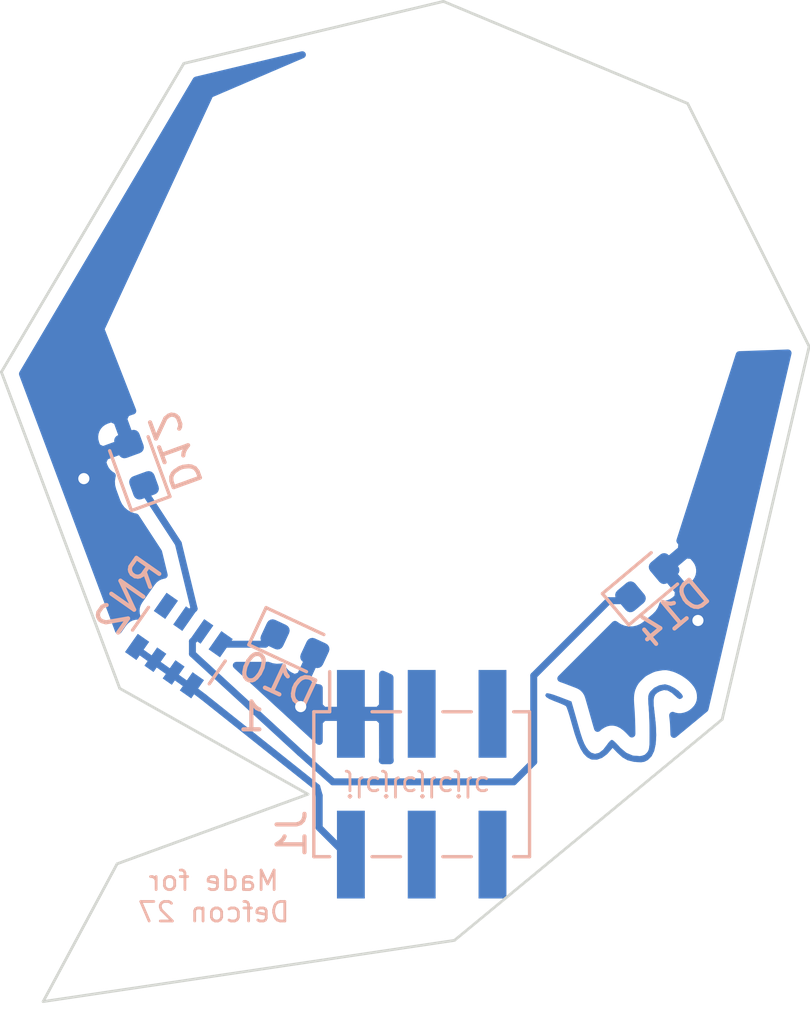
<source format=kicad_pcb>
(kicad_pcb (version 20171130) (host pcbnew 5.1.2)

  (general
    (thickness 1.6)
    (drawings 15)
    (tracks 23)
    (zones 0)
    (modules 10)
    (nets 11)
  )

  (page A4)
  (layers
    (0 F.Cu signal hide)
    (31 B.Cu signal)
    (32 B.Adhes user)
    (33 F.Adhes user)
    (34 B.Paste user)
    (35 F.Paste user)
    (36 B.SilkS user)
    (37 F.SilkS user hide)
    (38 B.Mask user)
    (39 F.Mask user)
    (40 Dwgs.User user)
    (41 Cmts.User user)
    (42 Eco1.User user)
    (43 Eco2.User user)
    (44 Edge.Cuts user)
    (45 Margin user)
    (46 B.CrtYd user)
    (47 F.CrtYd user)
    (48 B.Fab user)
    (49 F.Fab user)
  )

  (setup
    (last_trace_width 0.25)
    (trace_clearance 0.2)
    (zone_clearance 0.508)
    (zone_45_only no)
    (trace_min 0.2)
    (via_size 0.6)
    (via_drill 0.4)
    (via_min_size 0.4)
    (via_min_drill 0.3)
    (uvia_size 0.3)
    (uvia_drill 0.1)
    (uvias_allowed no)
    (uvia_min_size 0.2)
    (uvia_min_drill 0.1)
    (edge_width 0.15)
    (segment_width 0.2)
    (pcb_text_width 0.3)
    (pcb_text_size 1.5 1.5)
    (mod_edge_width 0.15)
    (mod_text_size 1 1)
    (mod_text_width 0.15)
    (pad_size 0.875 0.95)
    (pad_drill 0)
    (pad_to_mask_clearance 0.2)
    (aux_axis_origin 0 0)
    (visible_elements FFFFFF7F)
    (pcbplotparams
      (layerselection 0x010f4_ffffffff)
      (usegerberextensions false)
      (usegerberattributes false)
      (usegerberadvancedattributes false)
      (creategerberjobfile false)
      (excludeedgelayer true)
      (linewidth 0.100000)
      (plotframeref false)
      (viasonmask false)
      (mode 1)
      (useauxorigin false)
      (hpglpennumber 1)
      (hpglpenspeed 20)
      (hpglpendiameter 15.000000)
      (psnegative false)
      (psa4output false)
      (plotreference true)
      (plotvalue true)
      (plotinvisibletext false)
      (padsonsilk false)
      (subtractmaskfromsilk false)
      (outputformat 1)
      (mirror false)
      (drillshape 0)
      (scaleselection 1)
      (outputdirectory "./gerbers"))
  )

  (net 0 "")
  (net 1 VCC)
  (net 2 "Net-(D10-Pad1)")
  (net 3 "Net-(D12-Pad1)")
  (net 4 "Net-(D14-Pad1)")
  (net 5 VSS)
  (net 6 "Net-(J1-Pad3)")
  (net 7 "Net-(J1-Pad4)")
  (net 8 "Net-(J1-Pad5)")
  (net 9 "Net-(J1-Pad6)")
  (net 10 "Net-(RN2-Pad4)")

  (net_class Default "This is the default net class."
    (clearance 0.2)
    (trace_width 0.25)
    (via_dia 0.6)
    (via_drill 0.4)
    (uvia_dia 0.3)
    (uvia_drill 0.1)
    (add_net "Net-(D10-Pad1)")
    (add_net "Net-(D12-Pad1)")
    (add_net "Net-(D14-Pad1)")
    (add_net "Net-(J1-Pad3)")
    (add_net "Net-(J1-Pad4)")
    (add_net "Net-(J1-Pad5)")
    (add_net "Net-(J1-Pad6)")
    (add_net "Net-(RN2-Pad4)")
    (add_net VCC)
    (add_net VSS)
  )

  (module LED_SMD:LED_0603_1608Metric (layer B.Cu) (tedit 5B301BBE) (tstamp 5D1FE825)
    (at 121.29326 96.443805 40)
    (descr "LED SMD 0603 (1608 Metric), square (rectangular) end terminal, IPC_7351 nominal, (Body size source: http://www.tortai-tech.com/upload/download/2011102023233369053.pdf), generated with kicad-footprint-generator")
    (tags diode)
    (path /5CF2027F)
    (attr smd)
    (fp_text reference D14 (at 0 1.43 40) (layer B.SilkS)
      (effects (font (size 1 1) (thickness 0.15)) (justify mirror))
    )
    (fp_text value LED_Small (at 0 -1.43 40) (layer B.Fab)
      (effects (font (size 1 1) (thickness 0.15)) (justify mirror))
    )
    (fp_text user %R (at 0 0 40) (layer B.Fab)
      (effects (font (size 0.4 0.4) (thickness 0.06)) (justify mirror))
    )
    (fp_line (start 1.48 -0.73) (end -1.48 -0.73) (layer B.CrtYd) (width 0.05))
    (fp_line (start 1.48 0.73) (end 1.48 -0.73) (layer B.CrtYd) (width 0.05))
    (fp_line (start -1.48 0.73) (end 1.48 0.73) (layer B.CrtYd) (width 0.05))
    (fp_line (start -1.48 -0.73) (end -1.48 0.73) (layer B.CrtYd) (width 0.05))
    (fp_line (start -1.485 -0.735) (end 0.8 -0.735) (layer B.SilkS) (width 0.12))
    (fp_line (start -1.485 0.735) (end -1.485 -0.735) (layer B.SilkS) (width 0.12))
    (fp_line (start 0.8 0.735) (end -1.485 0.735) (layer B.SilkS) (width 0.12))
    (fp_line (start 0.8 -0.4) (end 0.8 0.4) (layer B.Fab) (width 0.1))
    (fp_line (start -0.8 -0.4) (end 0.8 -0.4) (layer B.Fab) (width 0.1))
    (fp_line (start -0.8 0.1) (end -0.8 -0.4) (layer B.Fab) (width 0.1))
    (fp_line (start -0.5 0.4) (end -0.8 0.1) (layer B.Fab) (width 0.1))
    (fp_line (start 0.8 0.4) (end -0.5 0.4) (layer B.Fab) (width 0.1))
    (pad 2 smd roundrect (at 0.7875 0 40) (size 0.875 0.95) (layers B.Cu B.Paste B.Mask) (roundrect_rratio 0.25)
      (net 1 VCC))
    (pad 1 smd roundrect (at -0.7875 0 40) (size 0.875 0.95) (layers B.Cu B.Paste B.Mask) (roundrect_rratio 0.25)
      (net 4 "Net-(D14-Pad1)"))
    (model ${KISYS3DMOD}/LED_SMD.3dshapes/LED_0603_1608Metric.wrl
      (at (xyz 0 0 0))
      (scale (xyz 1 1 1))
      (rotate (xyz 0 0 0))
    )
  )

  (module Resistor_SMD:R_Array_Convex_4x0603 (layer B.Cu) (tedit 58E0A8B2) (tstamp 5D1FE80A)
    (at 104.49 98.7 235)
    (descr "Chip Resistor Network, ROHM MNR14 (see mnr_g.pdf)")
    (tags "resistor array")
    (path /5CF2023C)
    (attr smd)
    (fp_text reference RN2 (at -0.442036 2.506911 55) (layer B.SilkS)
      (effects (font (size 1 1) (thickness 0.15)) (justify mirror))
    )
    (fp_text value 330 (at 0 -2.8 55) (layer B.Fab)
      (effects (font (size 1 1) (thickness 0.15)) (justify mirror))
    )
    (fp_text user %R (at 0 0 325) (layer B.Fab)
      (effects (font (size 0.5 0.5) (thickness 0.075)) (justify mirror))
    )
    (fp_line (start -0.8 1.6) (end 0.8 1.6) (layer B.Fab) (width 0.1))
    (fp_line (start 0.8 1.6) (end 0.8 -1.6) (layer B.Fab) (width 0.1))
    (fp_line (start 0.8 -1.6) (end -0.8 -1.6) (layer B.Fab) (width 0.1))
    (fp_line (start -0.8 -1.6) (end -0.8 1.6) (layer B.Fab) (width 0.1))
    (fp_line (start 0.5 -1.68) (end -0.5 -1.68) (layer B.SilkS) (width 0.12))
    (fp_line (start 0.5 1.68) (end -0.5 1.68) (layer B.SilkS) (width 0.12))
    (fp_line (start -1.55 1.85) (end 1.55 1.85) (layer B.CrtYd) (width 0.05))
    (fp_line (start -1.55 1.85) (end -1.55 -1.85) (layer B.CrtYd) (width 0.05))
    (fp_line (start 1.55 -1.85) (end 1.55 1.85) (layer B.CrtYd) (width 0.05))
    (fp_line (start 1.55 -1.85) (end -1.55 -1.85) (layer B.CrtYd) (width 0.05))
    (pad 1 smd rect (at -0.9 1.2 235) (size 0.8 0.5) (layers B.Cu B.Paste B.Mask)
      (net 2 "Net-(D10-Pad1)"))
    (pad 3 smd rect (at -0.9 -0.4 235) (size 0.8 0.4) (layers B.Cu B.Paste B.Mask)
      (net 4 "Net-(D14-Pad1)"))
    (pad 2 smd rect (at -0.9 0.4 235) (size 0.8 0.4) (layers B.Cu B.Paste B.Mask)
      (net 3 "Net-(D12-Pad1)"))
    (pad 4 smd rect (at -0.9 -1.2 235) (size 0.8 0.5) (layers B.Cu B.Paste B.Mask)
      (net 10 "Net-(RN2-Pad4)"))
    (pad 7 smd rect (at 0.9 0.4 235) (size 0.8 0.4) (layers B.Cu B.Paste B.Mask)
      (net 5 VSS))
    (pad 8 smd rect (at 0.9 1.2 235) (size 0.8 0.5) (layers B.Cu B.Paste B.Mask)
      (net 5 VSS))
    (pad 6 smd rect (at 0.9 -0.4 235) (size 0.8 0.4) (layers B.Cu B.Paste B.Mask)
      (net 5 VSS))
    (pad 5 smd rect (at 0.9 -1.2 235) (size 0.8 0.5) (layers B.Cu B.Paste B.Mask)
      (net 5 VSS))
    (model ${KISYS3DMOD}/Resistor_SMD.3dshapes/R_Array_Convex_4x0603.wrl
      (at (xyz 0 0 0))
      (scale (xyz 1 1 1))
      (rotate (xyz 0 0 0))
    )
  )

  (module NFCBuisness:W (layer B.Cu) (tedit 0) (tstamp 5D1FE806)
    (at 120.09 102.55 180)
    (fp_text reference Ref** (at 0 0) (layer B.SilkS) hide
      (effects (font (size 1.27 1.27) (thickness 0.15)) (justify mirror))
    )
    (fp_text value Val** (at 0 0) (layer B.SilkS) hide
      (effects (font (size 1.27 1.27) (thickness 0.15)) (justify mirror))
    )
    (fp_poly (pts (xy -1.630587 2.420899) (xy -1.447524 2.328559) (xy -1.311592 2.194757) (xy -1.304211 2.183555)
      (xy -1.265704 2.11344) (xy -1.244213 2.038839) (xy -1.23774 1.938094) (xy -1.244287 1.789546)
      (xy -1.255088 1.651) (xy -1.268682 1.442824) (xy -1.279873 1.184894) (xy -1.287394 0.912114)
      (xy -1.289962 0.690936) (xy -1.289221 0.458958) (xy -1.284387 0.294975) (xy -1.273305 0.182336)
      (xy -1.25382 0.10439) (xy -1.223775 0.044488) (xy -1.202268 0.013603) (xy -1.116398 -0.071274)
      (xy -1.002822 -0.111004) (xy -0.929984 -0.119227) (xy -0.68211 -0.100096) (xy -0.454281 -0.00289)
      (xy -0.240656 0.175182) (xy -0.185776 0.236175) (xy -0.081108 0.349759) (xy 0.009066 0.431822)
      (xy 0.066141 0.465547) (xy 0.068112 0.465666) (xy 0.123755 0.432548) (xy 0.197182 0.348904)
      (xy 0.229505 0.301607) (xy 0.376869 0.110873) (xy 0.526913 -0.003226) (xy 0.674284 -0.03902)
      (xy 0.813631 0.005163) (xy 0.907971 0.089777) (xy 0.988653 0.198585) (xy 1.058934 0.326542)
      (xy 1.126082 0.490779) (xy 1.197364 0.708426) (xy 1.255985 0.910166) (xy 1.31545 1.12099)
      (xy 1.377683 1.340443) (xy 1.431333 1.528529) (xy 1.442246 1.566558) (xy 1.521416 1.84195)
      (xy 1.949565 2.005418) (xy 2.167567 2.084028) (xy 2.315998 2.126297) (xy 2.401001 2.133773)
      (xy 2.422145 2.124455) (xy 2.452677 2.065526) (xy 2.41974 2.005855) (xy 2.317286 1.940366)
      (xy 2.13927 1.863979) (xy 2.089887 1.8454) (xy 1.930263 1.78316) (xy 1.799296 1.726134)
      (xy 1.71927 1.684217) (xy 1.708527 1.676067) (xy 1.680315 1.619963) (xy 1.636526 1.498254)
      (xy 1.582553 1.327363) (xy 1.52379 1.123712) (xy 1.507251 1.063196) (xy 1.396737 0.68139)
      (xy 1.290651 0.376432) (xy 1.184846 0.140938) (xy 1.075173 -0.032475) (xy 0.957485 -0.15119)
      (xy 0.827635 -0.222591) (xy 0.776069 -0.238398) (xy 0.602379 -0.241191) (xy 0.418574 -0.174646)
      (xy 0.246259 -0.047924) (xy 0.192569 0.009056) (xy 0.041511 0.185533) (xy -0.128458 0.008645)
      (xy -0.312966 -0.157866) (xy -0.496288 -0.260737) (xy -0.709082 -0.314778) (xy -0.823587 -0.327186)
      (xy -0.981029 -0.333485) (xy -1.090094 -0.317957) (xy -1.185756 -0.27362) (xy -1.227666 -0.246552)
      (xy -1.355913 -0.118677) (xy -1.447302 0.068507) (xy -1.502345 0.318683) (xy -1.521551 0.635539)
      (xy -1.505431 1.022758) (xy -1.460818 1.436924) (xy -1.432055 1.688127) (xy -1.424811 1.871541)
      (xy -1.442863 2.002167) (xy -1.489991 2.095003) (xy -1.569973 2.165049) (xy -1.656298 2.212878)
      (xy -1.801342 2.257899) (xy -1.939703 2.239415) (xy -2.087459 2.15265) (xy -2.203421 2.05035)
      (xy -2.298884 1.96489) (xy -2.361491 1.934189) (xy -2.413708 1.94891) (xy -2.426473 1.957639)
      (xy -2.473927 2.002339) (xy -2.467648 2.051331) (xy -2.429475 2.110518) (xy -2.32004 2.223928)
      (xy -2.167499 2.330713) (xy -2.002595 2.413218) (xy -1.856072 2.453788) (xy -1.829026 2.455333)
      (xy -1.630587 2.420899)) (layer B.Cu) (width 0.01))
  )

  (module Connector_PinHeader_2.54mm:PinHeader_2x03_P2.54mm_Vertical_SMD (layer B.Cu) (tedit 5D113A35) (tstamp 5D1FE7C5)
    (at 113.2 103.675 270)
    (descr "surface-mounted straight pin header, 2x03, 2.54mm pitch, double rows")
    (tags "Surface mounted pin header SMD 2x03 2.54mm double row")
    (path /5CF14CBD)
    (attr smd)
    (fp_text reference J1 (at 1.775 4.66 90) (layer B.SilkS)
      (effects (font (size 1 1) (thickness 0.15)) (justify mirror))
    )
    (fp_text value Conn_02x03_Odd_Even (at 0 -4.87 90) (layer B.Fab)
      (effects (font (size 1 1) (thickness 0.15)) (justify mirror))
    )
    (fp_text user %R (at 0 0 180) (layer B.Fab)
      (effects (font (size 1 1) (thickness 0.15)) (justify mirror))
    )
    (fp_line (start 5.9 4.35) (end -5.9 4.35) (layer B.CrtYd) (width 0.05))
    (fp_line (start 5.9 -4.35) (end 5.9 4.35) (layer B.CrtYd) (width 0.05))
    (fp_line (start -5.9 -4.35) (end 5.9 -4.35) (layer B.CrtYd) (width 0.05))
    (fp_line (start -5.9 4.35) (end -5.9 -4.35) (layer B.CrtYd) (width 0.05))
    (fp_line (start 2.6 -0.76) (end 2.6 -1.78) (layer B.SilkS) (width 0.12))
    (fp_line (start -2.6 -0.76) (end -2.6 -1.78) (layer B.SilkS) (width 0.12))
    (fp_line (start 2.6 1.78) (end 2.6 0.76) (layer B.SilkS) (width 0.12))
    (fp_line (start -2.6 1.78) (end -2.6 0.76) (layer B.SilkS) (width 0.12))
    (fp_line (start 2.6 -3.3) (end 2.6 -3.87) (layer B.SilkS) (width 0.12))
    (fp_line (start -2.6 -3.3) (end -2.6 -3.87) (layer B.SilkS) (width 0.12))
    (fp_line (start 2.6 3.87) (end 2.6 3.3) (layer B.SilkS) (width 0.12))
    (fp_line (start -2.6 3.87) (end -2.6 3.3) (layer B.SilkS) (width 0.12))
    (fp_line (start -4.04 3.3) (end -2.6 3.3) (layer B.SilkS) (width 0.12))
    (fp_line (start -2.6 -3.87) (end 2.6 -3.87) (layer B.SilkS) (width 0.12))
    (fp_line (start -2.6 3.87) (end 2.6 3.87) (layer B.SilkS) (width 0.12))
    (fp_line (start 3.6 -2.86) (end 2.54 -2.86) (layer B.Fab) (width 0.1))
    (fp_line (start 3.6 -2.22) (end 3.6 -2.86) (layer B.Fab) (width 0.1))
    (fp_line (start 2.54 -2.22) (end 3.6 -2.22) (layer B.Fab) (width 0.1))
    (fp_line (start -3.6 -2.86) (end -2.54 -2.86) (layer B.Fab) (width 0.1))
    (fp_line (start -3.6 -2.22) (end -3.6 -2.86) (layer B.Fab) (width 0.1))
    (fp_line (start -2.54 -2.22) (end -3.6 -2.22) (layer B.Fab) (width 0.1))
    (fp_line (start 3.6 -0.32) (end 2.54 -0.32) (layer B.Fab) (width 0.1))
    (fp_line (start 3.6 0.32) (end 3.6 -0.32) (layer B.Fab) (width 0.1))
    (fp_line (start 2.54 0.32) (end 3.6 0.32) (layer B.Fab) (width 0.1))
    (fp_line (start -3.6 -0.32) (end -2.54 -0.32) (layer B.Fab) (width 0.1))
    (fp_line (start -3.6 0.32) (end -3.6 -0.32) (layer B.Fab) (width 0.1))
    (fp_line (start -2.54 0.32) (end -3.6 0.32) (layer B.Fab) (width 0.1))
    (fp_line (start 3.6 2.22) (end 2.54 2.22) (layer B.Fab) (width 0.1))
    (fp_line (start 3.6 2.86) (end 3.6 2.22) (layer B.Fab) (width 0.1))
    (fp_line (start 2.54 2.86) (end 3.6 2.86) (layer B.Fab) (width 0.1))
    (fp_line (start -3.6 2.22) (end -2.54 2.22) (layer B.Fab) (width 0.1))
    (fp_line (start -3.6 2.86) (end -3.6 2.22) (layer B.Fab) (width 0.1))
    (fp_line (start -2.54 2.86) (end -3.6 2.86) (layer B.Fab) (width 0.1))
    (fp_line (start 2.54 3.81) (end 2.54 -3.81) (layer B.Fab) (width 0.1))
    (fp_line (start -2.54 2.86) (end -1.59 3.81) (layer B.Fab) (width 0.1))
    (fp_line (start -2.54 -3.81) (end -2.54 2.86) (layer B.Fab) (width 0.1))
    (fp_line (start -1.59 3.81) (end 2.54 3.81) (layer B.Fab) (width 0.1))
    (fp_line (start 2.54 -3.81) (end -2.54 -3.81) (layer B.Fab) (width 0.1))
    (pad 6 smd rect (at 2.525 -2.54 270) (size 3.15 1) (layers B.Cu B.Paste B.Mask)
      (net 9 "Net-(J1-Pad6)"))
    (pad 5 smd rect (at -2.525 -2.54 270) (size 3.15 1) (layers B.Cu B.Paste B.Mask)
      (net 8 "Net-(J1-Pad5)"))
    (pad 4 smd rect (at 2.525 0 270) (size 3.15 1) (layers B.Cu B.Paste B.Mask)
      (net 7 "Net-(J1-Pad4)"))
    (pad 3 smd rect (at -2.525 0 270) (size 3.15 1) (layers B.Cu B.Paste B.Mask)
      (net 6 "Net-(J1-Pad3)"))
    (pad 2 smd rect (at 2.525 2.54 270) (size 3.15 1) (layers B.Cu B.Paste B.Mask)
      (net 5 VSS))
    (pad 1 smd rect (at -2.525 2.54 270) (size 3.15 1) (layers B.Cu B.Paste B.Mask)
      (net 1 VCC))
    (model ${KISYS3DMOD}/Connector_PinHeader_2.54mm.3dshapes/PinHeader_2x03_P2.54mm_Vertical_SMD.wrl
      (at (xyz 0 0 0))
      (scale (xyz 1 1 1))
      (rotate (xyz 0 0 0))
    )
  )

  (module LED_SMD:LED_0603_1608Metric (layer B.Cu) (tedit 5D113A7C) (tstamp 5D1FE7AF)
    (at 108.653717 98.632812 335)
    (descr "LED SMD 0603 (1608 Metric), square (rectangular) end terminal, IPC_7351 nominal, (Body size source: http://www.tortai-tech.com/upload/download/2011102023233369053.pdf), generated with kicad-footprint-generator")
    (tags diode)
    (path /5CF20257)
    (attr smd)
    (fp_text reference D10 (at 0 1.43 155) (layer B.SilkS)
      (effects (font (size 1 1) (thickness 0.15)) (justify mirror))
    )
    (fp_text value LED_Small (at 0 -1.43 155) (layer B.Fab)
      (effects (font (size 1 1) (thickness 0.15)) (justify mirror))
    )
    (fp_text user %R (at 0 0 155) (layer B.Fab)
      (effects (font (size 0.4 0.4) (thickness 0.06)) (justify mirror))
    )
    (fp_line (start 1.48 -0.73) (end -1.48 -0.73) (layer B.CrtYd) (width 0.05))
    (fp_line (start 1.48 0.73) (end 1.48 -0.73) (layer B.CrtYd) (width 0.05))
    (fp_line (start -1.48 0.73) (end 1.48 0.73) (layer B.CrtYd) (width 0.05))
    (fp_line (start -1.48 -0.73) (end -1.48 0.73) (layer B.CrtYd) (width 0.05))
    (fp_line (start -1.485 -0.735) (end 0.8 -0.735) (layer B.SilkS) (width 0.12))
    (fp_line (start -1.485 0.735) (end -1.485 -0.735) (layer B.SilkS) (width 0.12))
    (fp_line (start 0.8 0.735) (end -1.485 0.735) (layer B.SilkS) (width 0.12))
    (fp_line (start 0.8 -0.4) (end 0.8 0.4) (layer B.Fab) (width 0.1))
    (fp_line (start -0.8 -0.4) (end 0.8 -0.4) (layer B.Fab) (width 0.1))
    (fp_line (start -0.8 0.1) (end -0.8 -0.4) (layer B.Fab) (width 0.1))
    (fp_line (start -0.5 0.4) (end -0.8 0.1) (layer B.Fab) (width 0.1))
    (fp_line (start 0.8 0.4) (end -0.5 0.4) (layer B.Fab) (width 0.1))
    (pad 2 smd roundrect (at 0.7875 0 335) (size 0.875 0.95) (layers B.Cu B.Paste B.Mask) (roundrect_rratio 0.25)
      (net 1 VCC))
    (pad 1 smd roundrect (at -0.7875 0 335) (size 0.875 0.95) (layers B.Cu B.Paste B.Mask) (roundrect_rratio 0.25)
      (net 10 "Net-(RN2-Pad4)"))
    (model ${KISYS3DMOD}/LED_SMD.3dshapes/LED_0603_1608Metric.wrl
      (at (xyz 0 0 0))
      (scale (xyz 1 1 1))
      (rotate (xyz 0 0 0))
    )
  )

  (module LOGO (layer F.Cu) (tedit 0) (tstamp 5D1FE7AB)
    (at 112.14 93.7)
    (fp_text reference G*** (at 0 0) (layer F.SilkS) hide
      (effects (font (size 1.524 1.524) (thickness 0.3)))
    )
    (fp_text value LOGO (at 0.75 0) (layer F.SilkS) hide
      (effects (font (size 1.524 1.524) (thickness 0.3)))
    )
    (fp_poly (pts (xy 10.718349 -14.5415) (xy 12.915274 -10.150297) (xy 15.1122 -5.759094) (xy 14.99347 -5.697696)
      (xy 14.87474 -5.636299) (xy 11.473356 -9.718483) (xy 11.048411 -10.228228) (xy 10.638355 -10.719618)
      (xy 10.246455 -11.188761) (xy 9.875979 -11.631766) (xy 9.530196 -12.044743) (xy 9.212371 -12.423802)
      (xy 8.925774 -12.765051) (xy 8.673672 -13.0646) (xy 8.459332 -13.318557) (xy 8.286022 -13.523033)
      (xy 8.15701 -13.674136) (xy 8.075564 -13.767976) (xy 8.04495 -13.800662) (xy 8.044903 -13.800667)
      (xy 8.00825 -13.774601) (xy 7.912326 -13.699733) (xy 7.763241 -13.581054) (xy 7.567107 -13.423555)
      (xy 7.330032 -13.232227) (xy 7.058126 -13.012064) (xy 6.7575 -12.768056) (xy 6.434263 -12.505195)
      (xy 6.094526 -12.228473) (xy 5.744398 -11.942881) (xy 5.38999 -11.653412) (xy 5.037411 -11.365056)
      (xy 4.692771 -11.082805) (xy 4.362181 -10.811651) (xy 4.05175 -10.556586) (xy 3.767588 -10.322602)
      (xy 3.515806 -10.114689) (xy 3.302512 -9.937841) (xy 3.133818 -9.797047) (xy 3.015833 -9.697301)
      (xy 2.954667 -9.643593) (xy 2.947631 -9.636348) (xy 2.956912 -9.58735) (xy 2.998856 -9.461617)
      (xy 3.072994 -9.26033) (xy 3.17886 -8.984669) (xy 3.315985 -8.635816) (xy 3.483902 -8.21495)
      (xy 3.682143 -7.723253) (xy 3.91024 -7.161905) (xy 4.167725 -6.532087) (xy 4.444566 -5.858213)
      (xy 5.978369 -2.132452) (xy 6.572069 -1.911555) (xy 6.780425 -1.835607) (xy 6.959286 -1.773395)
      (xy 7.094421 -1.729635) (xy 7.171599 -1.709042) (xy 7.183923 -1.708812) (xy 7.180249 -1.752379)
      (xy 7.164334 -1.873582) (xy 7.13708 -2.066416) (xy 7.099388 -2.324875) (xy 7.05216 -2.642954)
      (xy 6.996298 -3.01465) (xy 6.932704 -3.433956) (xy 6.862281 -3.894869) (xy 6.78593 -4.391382)
      (xy 6.704554 -4.917492) (xy 6.627871 -5.410639) (xy 6.542435 -5.959411) (xy 6.460841 -6.484806)
      (xy 6.384026 -6.980726) (xy 6.312925 -7.441074) (xy 6.248473 -7.859751) (xy 6.191604 -8.230661)
      (xy 6.143255 -8.547704) (xy 6.104361 -8.804784) (xy 6.075855 -8.995802) (xy 6.058675 -9.114661)
      (xy 6.053667 -9.154764) (xy 6.085056 -9.184547) (xy 6.181645 -9.229553) (xy 6.347068 -9.291078)
      (xy 6.584959 -9.370419) (xy 6.89895 -9.468874) (xy 7.131301 -9.539441) (xy 7.421225 -9.625991)
      (xy 7.686305 -9.703832) (xy 7.915212 -9.769742) (xy 8.096615 -9.820495) (xy 8.219184 -9.85287)
      (xy 8.270905 -9.863667) (xy 8.309459 -9.833461) (xy 8.400788 -9.74617) (xy 8.540087 -9.606782)
      (xy 8.722554 -9.420287) (xy 8.943385 -9.191674) (xy 9.197776 -8.925934) (xy 9.480925 -8.628053)
      (xy 9.788029 -8.303023) (xy 10.114283 -7.955833) (xy 10.34354 -7.710791) (xy 12.354206 -5.557915)
      (xy 11.29732 -2.196874) (xy 11.127978 -1.660217) (xy 10.966402 -1.151841) (xy 10.814439 -0.677352)
      (xy 10.673931 -0.242355) (xy 10.546724 0.147542) (xy 10.434662 0.486734) (xy 10.339588 0.769615)
      (xy 10.263348 0.990579) (xy 10.207785 1.144019) (xy 10.174743 1.224329) (xy 10.168467 1.234515)
      (xy 10.127474 1.265076) (xy 10.022318 1.340322) (xy 9.858309 1.456543) (xy 9.640756 1.610027)
      (xy 9.37497 1.797066) (xy 9.066259 2.013948) (xy 8.719933 2.256963) (xy 8.341301 2.522401)
      (xy 7.935673 2.806551) (xy 7.508358 3.105704) (xy 7.064667 3.416149) (xy 6.609907 3.734176)
      (xy 6.149389 4.056073) (xy 5.688423 4.378132) (xy 5.232317 4.696641) (xy 4.786382 5.007891)
      (xy 4.355926 5.308171) (xy 3.946259 5.59377) (xy 3.562691 5.860979) (xy 3.210531 6.106086)
      (xy 2.895088 6.325382) (xy 2.621673 6.515157) (xy 2.395594 6.6717) (xy 2.222161 6.7913)
      (xy 2.106684 6.870248) (xy 2.054472 6.904833) (xy 2.053167 6.905583) (xy 2.009674 6.891721)
      (xy 1.893919 6.84533) (xy 1.710865 6.768583) (xy 1.465479 6.66365) (xy 1.162726 6.532705)
      (xy 0.807571 6.377918) (xy 0.404979 6.201463) (xy -0.040083 6.005512) (xy -0.522651 5.792235)
      (xy -1.03776 5.563806) (xy -1.580443 5.322396) (xy -2.145735 5.070178) (xy -2.286 5.007482)
      (xy -2.856551 4.752103) (xy -3.40575 4.505772) (xy -3.928614 4.270753) (xy -4.420157 4.049307)
      (xy -4.875397 3.843697) (xy -5.289349 3.656185) (xy -5.65703 3.489033) (xy -5.973455 3.344504)
      (xy -6.233641 3.224861) (xy -6.432604 3.132366) (xy -6.56536 3.06928) (xy -6.626924 3.037867)
      (xy -6.630509 3.03534) (xy -6.652902 2.988874) (xy -6.703424 2.869555) (xy -6.779746 2.68335)
      (xy -6.879536 2.436225) (xy -7.000464 2.134144) (xy -7.140199 1.783075) (xy -7.296409 1.388981)
      (xy -7.466765 0.95783) (xy -7.648935 0.495586) (xy -7.840588 0.008216) (xy -8.039394 -0.498316)
      (xy -8.243022 -1.018042) (xy -8.449141 -1.544999) (xy -8.655421 -2.073219) (xy -8.85953 -2.596738)
      (xy -9.059138 -3.109589) (xy -9.251913 -3.605808) (xy -9.435526 -4.079427) (xy -9.607645 -4.524483)
      (xy -9.765939 -4.935008) (xy -9.908078 -5.305038) (xy -10.031731 -5.628606) (xy -10.134567 -5.899747)
      (xy -10.214255 -6.112496) (xy -10.268464 -6.260886) (xy -10.294865 -6.338953) (xy -10.297107 -6.349266)
      (xy -10.278522 -6.397305) (xy -10.22681 -6.515857) (xy -10.144808 -6.698822) (xy -10.035358 -6.9401)
      (xy -9.901296 -7.233591) (xy -9.745461 -7.573196) (xy -9.570693 -7.952815) (xy -9.37983 -8.366348)
      (xy -9.175711 -8.807695) (xy -8.961174 -9.270756) (xy -8.739059 -9.749432) (xy -8.512203 -10.237623)
      (xy -8.283446 -10.729229) (xy -8.055626 -11.21815) (xy -7.831582 -11.698287) (xy -7.614153 -12.16354)
      (xy -7.406177 -12.607808) (xy -7.210493 -13.024993) (xy -7.02994 -13.408994) (xy -6.867357 -13.753711)
      (xy -6.725582 -14.053045) (xy -6.607453 -14.300896) (xy -6.515811 -14.491165) (xy -6.453493 -14.617751)
      (xy -6.423338 -14.674554) (xy -6.42166 -14.676786) (xy -6.376571 -14.699965) (xy -6.258709 -14.754006)
      (xy -6.073234 -14.836676) (xy -5.825302 -14.945739) (xy -5.520071 -15.078962) (xy -5.162698 -15.234109)
      (xy -4.758342 -15.408946) (xy -4.31216 -15.601238) (xy -3.829309 -15.808751) (xy -3.314947 -16.02925)
      (xy -2.774232 -16.260501) (xy -2.253083 -16.482893) (xy 1.865001 -18.23838) (xy 10.718349 -14.5415)) (layer B.Mask) (width 0.01))
  )

  (module LOGO (layer F.Cu) (tedit 0) (tstamp 5D1FE7A5)
    (at 112.14 93.7)
    (fp_text reference G*** (at 0 0) (layer F.SilkS) hide
      (effects (font (size 1.524 1.524) (thickness 0.3)))
    )
    (fp_text value LOGO (at 0.75 0) (layer F.SilkS) hide
      (effects (font (size 1.524 1.524) (thickness 0.3)))
    )
    (fp_poly (pts (xy 10.718349 -14.5415) (xy 12.915274 -10.150297) (xy 15.1122 -5.759094) (xy 14.99347 -5.697696)
      (xy 14.87474 -5.636299) (xy 11.473356 -9.718483) (xy 11.048411 -10.228228) (xy 10.638355 -10.719618)
      (xy 10.246455 -11.188761) (xy 9.875979 -11.631766) (xy 9.530196 -12.044743) (xy 9.212371 -12.423802)
      (xy 8.925774 -12.765051) (xy 8.673672 -13.0646) (xy 8.459332 -13.318557) (xy 8.286022 -13.523033)
      (xy 8.15701 -13.674136) (xy 8.075564 -13.767976) (xy 8.04495 -13.800662) (xy 8.044903 -13.800667)
      (xy 8.00825 -13.774601) (xy 7.912326 -13.699733) (xy 7.763241 -13.581054) (xy 7.567107 -13.423555)
      (xy 7.330032 -13.232227) (xy 7.058126 -13.012064) (xy 6.7575 -12.768056) (xy 6.434263 -12.505195)
      (xy 6.094526 -12.228473) (xy 5.744398 -11.942881) (xy 5.38999 -11.653412) (xy 5.037411 -11.365056)
      (xy 4.692771 -11.082805) (xy 4.362181 -10.811651) (xy 4.05175 -10.556586) (xy 3.767588 -10.322602)
      (xy 3.515806 -10.114689) (xy 3.302512 -9.937841) (xy 3.133818 -9.797047) (xy 3.015833 -9.697301)
      (xy 2.954667 -9.643593) (xy 2.947631 -9.636348) (xy 2.956912 -9.58735) (xy 2.998856 -9.461617)
      (xy 3.072994 -9.26033) (xy 3.17886 -8.984669) (xy 3.315985 -8.635816) (xy 3.483902 -8.21495)
      (xy 3.682143 -7.723253) (xy 3.91024 -7.161905) (xy 4.167725 -6.532087) (xy 4.444566 -5.858213)
      (xy 5.978369 -2.132452) (xy 6.572069 -1.911555) (xy 6.780425 -1.835607) (xy 6.959286 -1.773395)
      (xy 7.094421 -1.729635) (xy 7.171599 -1.709042) (xy 7.183923 -1.708812) (xy 7.180249 -1.752379)
      (xy 7.164334 -1.873582) (xy 7.13708 -2.066416) (xy 7.099388 -2.324875) (xy 7.05216 -2.642954)
      (xy 6.996298 -3.01465) (xy 6.932704 -3.433956) (xy 6.862281 -3.894869) (xy 6.78593 -4.391382)
      (xy 6.704554 -4.917492) (xy 6.627871 -5.410639) (xy 6.542435 -5.959411) (xy 6.460841 -6.484806)
      (xy 6.384026 -6.980726) (xy 6.312925 -7.441074) (xy 6.248473 -7.859751) (xy 6.191604 -8.230661)
      (xy 6.143255 -8.547704) (xy 6.104361 -8.804784) (xy 6.075855 -8.995802) (xy 6.058675 -9.114661)
      (xy 6.053667 -9.154764) (xy 6.085056 -9.184547) (xy 6.181645 -9.229553) (xy 6.347068 -9.291078)
      (xy 6.584959 -9.370419) (xy 6.89895 -9.468874) (xy 7.131301 -9.539441) (xy 7.421225 -9.625991)
      (xy 7.686305 -9.703832) (xy 7.915212 -9.769742) (xy 8.096615 -9.820495) (xy 8.219184 -9.85287)
      (xy 8.270905 -9.863667) (xy 8.309459 -9.833461) (xy 8.400788 -9.74617) (xy 8.540087 -9.606782)
      (xy 8.722554 -9.420287) (xy 8.943385 -9.191674) (xy 9.197776 -8.925934) (xy 9.480925 -8.628053)
      (xy 9.788029 -8.303023) (xy 10.114283 -7.955833) (xy 10.34354 -7.710791) (xy 12.354206 -5.557915)
      (xy 11.29732 -2.196874) (xy 11.127978 -1.660217) (xy 10.966402 -1.151841) (xy 10.814439 -0.677352)
      (xy 10.673931 -0.242355) (xy 10.546724 0.147542) (xy 10.434662 0.486734) (xy 10.339588 0.769615)
      (xy 10.263348 0.990579) (xy 10.207785 1.144019) (xy 10.174743 1.224329) (xy 10.168467 1.234515)
      (xy 10.127474 1.265076) (xy 10.022318 1.340322) (xy 9.858309 1.456543) (xy 9.640756 1.610027)
      (xy 9.37497 1.797066) (xy 9.066259 2.013948) (xy 8.719933 2.256963) (xy 8.341301 2.522401)
      (xy 7.935673 2.806551) (xy 7.508358 3.105704) (xy 7.064667 3.416149) (xy 6.609907 3.734176)
      (xy 6.149389 4.056073) (xy 5.688423 4.378132) (xy 5.232317 4.696641) (xy 4.786382 5.007891)
      (xy 4.355926 5.308171) (xy 3.946259 5.59377) (xy 3.562691 5.860979) (xy 3.210531 6.106086)
      (xy 2.895088 6.325382) (xy 2.621673 6.515157) (xy 2.395594 6.6717) (xy 2.222161 6.7913)
      (xy 2.106684 6.870248) (xy 2.054472 6.904833) (xy 2.053167 6.905583) (xy 2.009674 6.891721)
      (xy 1.893919 6.84533) (xy 1.710865 6.768583) (xy 1.465479 6.66365) (xy 1.162726 6.532705)
      (xy 0.807571 6.377918) (xy 0.404979 6.201463) (xy -0.040083 6.005512) (xy -0.522651 5.792235)
      (xy -1.03776 5.563806) (xy -1.580443 5.322396) (xy -2.145735 5.070178) (xy -2.286 5.007482)
      (xy -2.856551 4.752103) (xy -3.40575 4.505772) (xy -3.928614 4.270753) (xy -4.420157 4.049307)
      (xy -4.875397 3.843697) (xy -5.289349 3.656185) (xy -5.65703 3.489033) (xy -5.973455 3.344504)
      (xy -6.233641 3.224861) (xy -6.432604 3.132366) (xy -6.56536 3.06928) (xy -6.626924 3.037867)
      (xy -6.630509 3.03534) (xy -6.652902 2.988874) (xy -6.703424 2.869555) (xy -6.779746 2.68335)
      (xy -6.879536 2.436225) (xy -7.000464 2.134144) (xy -7.140199 1.783075) (xy -7.296409 1.388981)
      (xy -7.466765 0.95783) (xy -7.648935 0.495586) (xy -7.840588 0.008216) (xy -8.039394 -0.498316)
      (xy -8.243022 -1.018042) (xy -8.449141 -1.544999) (xy -8.655421 -2.073219) (xy -8.85953 -2.596738)
      (xy -9.059138 -3.109589) (xy -9.251913 -3.605808) (xy -9.435526 -4.079427) (xy -9.607645 -4.524483)
      (xy -9.765939 -4.935008) (xy -9.908078 -5.305038) (xy -10.031731 -5.628606) (xy -10.134567 -5.899747)
      (xy -10.214255 -6.112496) (xy -10.268464 -6.260886) (xy -10.294865 -6.338953) (xy -10.297107 -6.349266)
      (xy -10.278522 -6.397305) (xy -10.22681 -6.515857) (xy -10.144808 -6.698822) (xy -10.035358 -6.9401)
      (xy -9.901296 -7.233591) (xy -9.745461 -7.573196) (xy -9.570693 -7.952815) (xy -9.37983 -8.366348)
      (xy -9.175711 -8.807695) (xy -8.961174 -9.270756) (xy -8.739059 -9.749432) (xy -8.512203 -10.237623)
      (xy -8.283446 -10.729229) (xy -8.055626 -11.21815) (xy -7.831582 -11.698287) (xy -7.614153 -12.16354)
      (xy -7.406177 -12.607808) (xy -7.210493 -13.024993) (xy -7.02994 -13.408994) (xy -6.867357 -13.753711)
      (xy -6.725582 -14.053045) (xy -6.607453 -14.300896) (xy -6.515811 -14.491165) (xy -6.453493 -14.617751)
      (xy -6.423338 -14.674554) (xy -6.42166 -14.676786) (xy -6.376571 -14.699965) (xy -6.258709 -14.754006)
      (xy -6.073234 -14.836676) (xy -5.825302 -14.945739) (xy -5.520071 -15.078962) (xy -5.162698 -15.234109)
      (xy -4.758342 -15.408946) (xy -4.31216 -15.601238) (xy -3.829309 -15.808751) (xy -3.314947 -16.02925)
      (xy -2.774232 -16.260501) (xy -2.253083 -16.482893) (xy 1.865001 -18.23838) (xy 10.718349 -14.5415)) (layer F.Mask) (width 0.01))
  )

  (module LED_SMD:LED_0603_1608Metric (layer B.Cu) (tedit 5B301BBE) (tstamp 5D1FE790)
    (at 102.970659 92.209992 110)
    (descr "LED SMD 0603 (1608 Metric), square (rectangular) end terminal, IPC_7351 nominal, (Body size source: http://www.tortai-tech.com/upload/download/2011102023233369053.pdf), generated with kicad-footprint-generator")
    (tags diode)
    (path /5CF2026B)
    (attr smd)
    (fp_text reference D12 (at 0 1.43 110) (layer B.SilkS)
      (effects (font (size 1 1) (thickness 0.15)) (justify mirror))
    )
    (fp_text value LED_Small (at 0 -1.43 110) (layer B.Fab)
      (effects (font (size 1 1) (thickness 0.15)) (justify mirror))
    )
    (fp_line (start 0.8 0.4) (end -0.5 0.4) (layer B.Fab) (width 0.1))
    (fp_line (start -0.5 0.4) (end -0.8 0.1) (layer B.Fab) (width 0.1))
    (fp_line (start -0.8 0.1) (end -0.8 -0.4) (layer B.Fab) (width 0.1))
    (fp_line (start -0.8 -0.4) (end 0.8 -0.4) (layer B.Fab) (width 0.1))
    (fp_line (start 0.8 -0.4) (end 0.8 0.4) (layer B.Fab) (width 0.1))
    (fp_line (start 0.8 0.735) (end -1.485 0.735) (layer B.SilkS) (width 0.12))
    (fp_line (start -1.485 0.735) (end -1.485 -0.735) (layer B.SilkS) (width 0.12))
    (fp_line (start -1.485 -0.735) (end 0.8 -0.735) (layer B.SilkS) (width 0.12))
    (fp_line (start -1.48 -0.73) (end -1.48 0.73) (layer B.CrtYd) (width 0.05))
    (fp_line (start -1.48 0.73) (end 1.48 0.73) (layer B.CrtYd) (width 0.05))
    (fp_line (start 1.48 0.73) (end 1.48 -0.73) (layer B.CrtYd) (width 0.05))
    (fp_line (start 1.48 -0.73) (end -1.48 -0.73) (layer B.CrtYd) (width 0.05))
    (fp_text user %R (at 0 0 110) (layer B.Fab)
      (effects (font (size 0.4 0.4) (thickness 0.06)) (justify mirror))
    )
    (pad 1 smd roundrect (at -0.7875 0 110) (size 0.875 0.95) (layers B.Cu B.Paste B.Mask) (roundrect_rratio 0.25)
      (net 3 "Net-(D12-Pad1)"))
    (pad 2 smd roundrect (at 0.7875 0 110) (size 0.875 0.95) (layers B.Cu B.Paste B.Mask) (roundrect_rratio 0.25)
      (net 1 VCC))
    (model ${KISYS3DMOD}/LED_SMD.3dshapes/LED_0603_1608Metric.wrl
      (at (xyz 0 0 0))
      (scale (xyz 1 1 1))
      (rotate (xyz 0 0 0))
    )
  )

  (module LOGO (layer F.Cu) (tedit 0) (tstamp 0)
    (at 143.85 94.15)
    (fp_text reference G*** (at 0 0) (layer F.SilkS) hide
      (effects (font (size 1.524 1.524) (thickness 0.3)))
    )
    (fp_text value LOGO (at 0.75 0) (layer F.SilkS) hide
      (effects (font (size 1.524 1.524) (thickness 0.3)))
    )
    (fp_poly (pts (xy 1.860498 -18.149635) (xy 1.882573 -18.07526) (xy 1.885644 -18.05767) (xy 1.882875 -18.03972)
      (xy 1.869899 -18.019421) (xy 1.842351 -17.994785) (xy 1.795864 -17.963821) (xy 1.726074 -17.92454)
      (xy 1.628614 -17.874954) (xy 1.499117 -17.813073) (xy 1.333219 -17.736908) (xy 1.126554 -17.644469)
      (xy 0.874755 -17.533769) (xy 0.573456 -17.402817) (xy 0.218293 -17.249624) (xy -0.195102 -17.072201)
      (xy -0.671094 -16.86856) (xy -1.214049 -16.63671) (xy -1.828332 -16.374662) (xy -2.165734 -16.230777)
      (xy -6.24083 -14.493028) (xy -8.138032 -10.410931) (xy -10.035234 -6.328833) (xy -8.237491 -1.735667)
      (xy -6.439749 2.8575) (xy -2.256791 4.728415) (xy -1.693907 4.979912) (xy -1.15214 5.221457)
      (xy -0.636558 5.450819) (xy -0.152231 5.665766) (xy 0.29577 5.864063) (xy 0.702378 6.043479)
      (xy 1.062522 6.201781) (xy 1.371132 6.336737) (xy 1.623139 6.446114) (xy 1.813474 6.527679)
      (xy 1.937068 6.5792) (xy 1.988849 6.598444) (xy 1.989667 6.598524) (xy 2.032015 6.574608)
      (xy 2.139245 6.505103) (xy 2.306931 6.393055) (xy 2.53065 6.24151) (xy 2.805979 6.053515)
      (xy 3.128492 5.832114) (xy 3.493767 5.580354) (xy 3.89738 5.301281) (xy 4.334905 4.997941)
      (xy 4.801921 4.673379) (xy 5.294002 4.330641) (xy 5.806726 3.972774) (xy 6.028945 3.817443)
      (xy 10.004724 1.037167) (xy 12.054344 -5.482167) (xy 11.879362 -5.672667) (xy 11.612976 -5.961812)
      (xy 11.326311 -6.271409) (xy 11.02476 -6.595753) (xy 10.713716 -6.929137) (xy 10.39857 -7.265857)
      (xy 10.084713 -7.600207) (xy 9.777539 -7.926481) (xy 9.482439 -8.238973) (xy 9.204804 -8.531978)
      (xy 8.950028 -8.799791) (xy 8.723501 -9.036705) (xy 8.530617 -9.237015) (xy 8.376766 -9.395015)
      (xy 8.267341 -9.505001) (xy 8.207735 -9.561266) (xy 8.198583 -9.567538) (xy 8.130271 -9.555534)
      (xy 7.99984 -9.522208) (xy 7.821441 -9.471994) (xy 7.609223 -9.409327) (xy 7.377337 -9.338641)
      (xy 7.139934 -9.264371) (xy 6.911166 -9.190951) (xy 6.705181 -9.122816) (xy 6.536132 -9.064399)
      (xy 6.418168 -9.020136) (xy 6.36544 -8.994462) (xy 6.364089 -8.992656) (xy 6.367743 -8.944591)
      (xy 6.383667 -8.818845) (xy 6.410974 -8.621373) (xy 6.448777 -8.35813) (xy 6.496187 -8.035074)
      (xy 6.552318 -7.658159) (xy 6.616283 -7.233342) (xy 6.687192 -6.766579) (xy 6.76416 -6.263826)
      (xy 6.846299 -5.731038) (xy 6.93272 -5.174172) (xy 6.940902 -5.121637) (xy 7.027642 -4.563739)
      (xy 7.110282 -4.030021) (xy 7.187931 -3.526369) (xy 7.259696 -3.058667) (xy 7.324686 -2.632802)
      (xy 7.382008 -2.25466) (xy 7.430772 -1.930127) (xy 7.470084 -1.665088) (xy 7.499053 -1.46543)
      (xy 7.516788 -1.337038) (xy 7.522395 -1.285798) (xy 7.522248 -1.285137) (xy 7.480403 -1.295449)
      (xy 7.371152 -1.332208) (xy 7.206034 -1.391255) (xy 6.996584 -1.468433) (xy 6.754341 -1.559584)
      (xy 6.643304 -1.60191) (xy 5.7785 -1.932822) (xy 4.177605 -5.815857) (xy 2.576711 -9.698893)
      (xy 2.69128 -9.789013) (xy 2.741425 -9.829475) (xy 2.851903 -9.919329) (xy 3.017533 -10.05434)
      (xy 3.233129 -10.230274) (xy 3.493507 -10.442897) (xy 3.793484 -10.687972) (xy 4.127876 -10.961267)
      (xy 4.491499 -11.258546) (xy 4.879169 -11.575574) (xy 5.285702 -11.908118) (xy 5.435163 -12.0304)
      (xy 5.844327 -12.364932) (xy 6.234501 -12.683469) (xy 6.60074 -12.982005) (xy 6.938102 -13.256531)
      (xy 7.241643 -13.50304) (xy 7.50642 -13.717524) (xy 7.72749 -13.895976) (xy 7.89991 -14.034388)
      (xy 8.018736 -14.128752) (xy 8.079025 -14.17506) (xy 8.085655 -14.179229) (xy 8.116501 -14.146837)
      (xy 8.197326 -14.053846) (xy 8.324226 -13.904963) (xy 8.493295 -13.704896) (xy 8.700629 -13.458352)
      (xy 8.94232 -13.170036) (xy 9.214465 -12.844658) (xy 9.513157 -12.486923) (xy 9.834492 -12.101539)
      (xy 10.174564 -11.693212) (xy 10.529468 -11.26665) (xy 10.895299 -10.82656) (xy 11.26815 -10.377649)
      (xy 11.644117 -9.924624) (xy 12.019295 -9.472192) (xy 12.389777 -9.025059) (xy 12.75166 -8.587934)
      (xy 13.101036 -8.165523) (xy 13.434002 -7.762533) (xy 13.746652 -7.383671) (xy 14.03508 -7.033644)
      (xy 14.29538 -6.717159) (xy 14.523649 -6.438924) (xy 14.71598 -6.203645) (xy 14.868468 -6.016029)
      (xy 14.977207 -5.880783) (xy 15.038293 -5.802616) (xy 15.050619 -5.784477) (xy 15.072878 -5.703521)
      (xy 15.078449 -5.693635) (xy 15.071928 -5.648402) (xy 15.047069 -5.52511) (xy 15.004866 -5.328127)
      (xy 14.946316 -5.061822) (xy 14.872415 -4.730566) (xy 14.784158 -4.338728) (xy 14.682541 -3.890677)
      (xy 14.568559 -3.390782) (xy 14.44321 -2.843413) (xy 14.307487 -2.252939) (xy 14.162388 -1.62373)
      (xy 14.008907 -0.960156) (xy 13.848041 -0.266585) (xy 13.680786 0.452613) (xy 13.545298 1.033852)
      (xy 13.339433 1.915697) (xy 13.151753 2.718677) (xy 12.981371 3.446418) (xy 12.8274 4.102546)
      (xy 12.688955 4.690685) (xy 12.565147 5.214464) (xy 12.455092 5.677506) (xy 12.357902 6.083438)
      (xy 12.272691 6.435887) (xy 12.198572 6.738477) (xy 12.134659 6.994834) (xy 12.080065 7.208584)
      (xy 12.033904 7.383354) (xy 11.995289 7.522769) (xy 11.963334 7.630455) (xy 11.937152 7.710037)
      (xy 11.915857 7.765142) (xy 11.898561 7.799395) (xy 11.887634 7.813629) (xy 11.842488 7.852724)
      (xy 11.736492 7.941901) (xy 11.574162 8.077432) (xy 11.360018 8.255589) (xy 11.098575 8.472644)
      (xy 10.794353 8.724868) (xy 10.451868 9.008535) (xy 10.075638 9.319916) (xy 9.670181 9.655283)
      (xy 9.240014 10.010909) (xy 8.789655 10.383065) (xy 8.323621 10.768024) (xy 7.84643 11.162057)
      (xy 7.3626 11.561437) (xy 6.876648 11.962436) (xy 6.393092 12.361326) (xy 5.916449 12.754379)
      (xy 5.451237 13.137868) (xy 5.001974 13.508064) (xy 4.573176 13.861239) (xy 4.169363 14.193665)
      (xy 3.795051 14.501616) (xy 3.454758 14.781361) (xy 3.153001 15.029175) (xy 2.894298 15.241329)
      (xy 2.683167 15.414095) (xy 2.524126 15.543744) (xy 2.421691 15.62655) (xy 2.381663 15.657922)
      (xy 2.348361 15.674028) (xy 2.28792 15.692868) (xy 2.195779 15.715187) (xy 2.067377 15.741735)
      (xy 1.898154 15.773257) (xy 1.683548 15.810501) (xy 1.418999 15.854215) (xy 1.099946 15.905146)
      (xy 0.72183 15.964041) (xy 0.280087 16.031647) (xy -0.22984 16.108712) (xy -0.812515 16.195984)
      (xy -1.472496 16.294208) (xy -1.778 16.339526) (xy -2.45552 16.439958) (xy -3.182485 16.547746)
      (xy -3.944561 16.660764) (xy -4.727418 16.776885) (xy -5.516725 16.893983) (xy -6.298149 17.009931)
      (xy -7.057359 17.122603) (xy -7.780024 17.229873) (xy -8.451811 17.329613) (xy -9.058389 17.419699)
      (xy -9.22219 17.444031) (xy -9.748875 17.522207) (xy -10.251534 17.596683) (xy -10.723854 17.666533)
      (xy -11.159522 17.730829) (xy -11.552224 17.788644) (xy -11.895647 17.839049) (xy -12.183478 17.881119)
      (xy -12.409403 17.913924) (xy -12.56711 17.936539) (xy -12.650285 17.948034) (xy -12.661773 17.949333)
      (xy -12.699494 17.925592) (xy -12.7 17.920996) (xy -12.68049 17.879878) (xy -12.624115 17.770289)
      (xy -12.534113 17.598327) (xy -12.413717 17.370091) (xy -12.266164 17.091678) (xy -12.09469 16.769186)
      (xy -11.90253 16.408714) (xy -11.692918 16.016359) (xy -11.469092 15.59822) (xy -11.320041 15.320199)
      (xy -11.044837 14.807826) (xy -10.806348 14.365406) (xy -10.601763 13.98802) (xy -10.428272 13.670746)
      (xy -10.283065 13.408663) (xy -10.163329 13.196852) (xy -10.066256 13.030391) (xy -9.989033 12.90436)
      (xy -9.928852 12.813837) (xy -9.8829 12.753903) (xy -9.848367 12.719637) (xy -9.827791 12.707647)
      (xy -9.601797 12.626553) (xy -9.323121 12.525885) (xy -8.998853 12.40825) (xy -8.636085 12.276255)
      (xy -8.24191 12.132505) (xy -7.82342 11.979609) (xy -7.387706 11.820171) (xy -6.94186 11.656799)
      (xy -6.492975 11.492099) (xy -6.048143 11.328677) (xy -5.614455 11.169141) (xy -5.199003 11.016096)
      (xy -4.80888 10.87215) (xy -4.451177 10.739908) (xy -4.132987 10.621977) (xy -3.861401 10.520964)
      (xy -3.643511 10.439476) (xy -3.486409 10.380118) (xy -3.397188 10.345497) (xy -3.378973 10.337514)
      (xy -3.410692 10.312929) (xy -3.511111 10.250071) (xy -3.67501 10.151945) (xy -3.897166 10.021558)
      (xy -4.17236 9.861914) (xy -4.495369 9.676021) (xy -4.860972 9.466885) (xy -5.263948 9.23751)
      (xy -5.699076 8.990904) (xy -6.161134 8.730071) (xy -6.591797 8.487833) (xy -7.155405 8.171271)
      (xy -7.649806 7.893304) (xy -8.079655 7.651139) (xy -8.449605 7.441984) (xy -8.764312 7.263044)
      (xy -9.02843 7.111529) (xy -9.246614 6.984645) (xy -9.423517 6.879599) (xy -9.563795 6.793598)
      (xy -9.672102 6.723849) (xy -9.753092 6.667561) (xy -9.81142 6.621939) (xy -9.85174 6.584192)
      (xy -9.878707 6.551526) (xy -9.896975 6.521149) (xy -9.907776 6.498167) (xy -9.931222 6.43892)
      (xy -9.982521 6.305017) (xy -10.059922 6.101121) (xy -10.161673 5.831897) (xy -10.286022 5.502011)
      (xy -10.431217 5.116125) (xy -10.595505 4.678907) (xy -10.777136 4.195018) (xy -10.974355 3.669126)
      (xy -11.185413 3.105893) (xy -11.408556 2.509986) (xy -11.642032 1.886067) (xy -11.88409 1.238803)
      (xy -12.062934 0.760313) (xy -14.143798 -4.808207) (xy -10.84082 -10.395382) (xy -7.537842 -15.982558)
      (xy -2.859582 -17.100829) (xy -2.245985 -17.247302) (xy -1.655569 -17.387855) (xy -1.093531 -17.521271)
      (xy -0.565067 -17.646332) (xy -0.075374 -17.761823) (xy 0.370351 -17.866526) (xy 0.766911 -17.959225)
      (xy 1.10911 -18.038702) (xy 1.39175 -18.103742) (xy 1.609636 -18.153126) (xy 1.757569 -18.185639)
      (xy 1.830354 -18.200064) (xy 1.837231 -18.200547) (xy 1.860498 -18.149635)) (layer F.Cu) (width 0.01))
  )

  (module LOGO (layer F.Cu) (tedit 0) (tstamp 0)
    (at 143.85 94.15)
    (fp_text reference G*** (at 0 0) (layer F.SilkS) hide
      (effects (font (size 1.524 1.524) (thickness 0.3)))
    )
    (fp_text value LOGO (at 0.75 0) (layer F.SilkS) hide
      (effects (font (size 1.524 1.524) (thickness 0.3)))
    )
    (fp_poly (pts (xy 8.368098 7.270662) (xy 8.34662 7.353527) (xy 8.278683 7.449779) (xy 8.169977 7.566619)
      (xy 8.05514 7.689827) (xy 8.043085 7.702744) (xy 7.952624 7.808768) (xy 7.854828 7.937244)
      (xy 7.764271 8.067103) (xy 7.695526 8.177276) (xy 7.663169 8.246693) (xy 7.662333 8.253176)
      (xy 7.643227 8.322009) (xy 7.591118 8.448708) (xy 7.513815 8.61696) (xy 7.419129 8.81045)
      (xy 7.314873 9.012865) (xy 7.208856 9.207893) (xy 7.185132 9.249833) (xy 7.108088 9.378806)
      (xy 6.993469 9.56253) (xy 6.847762 9.791214) (xy 6.677453 10.055065) (xy 6.489028 10.344293)
      (xy 6.288973 10.649107) (xy 6.083774 10.959715) (xy 5.879919 11.266325) (xy 5.683892 11.559147)
      (xy 5.50218 11.82839) (xy 5.34127 12.06426) (xy 5.207648 12.256969) (xy 5.107799 12.396723)
      (xy 5.053827 12.467167) (xy 4.878177 12.677499) (xy 4.735431 12.848554) (xy 4.604175 13.005996)
      (xy 4.559321 13.059833) (xy 4.455631 13.188831) (xy 4.35874 13.316562) (xy 4.327614 13.360148)
      (xy 4.225668 13.488459) (xy 4.068875 13.66109) (xy 3.867335 13.868043) (xy 3.631149 14.09932)
      (xy 3.370417 14.344925) (xy 3.09524 14.594861) (xy 2.955289 14.718418) (xy 2.704557 14.936973)
      (xy 2.505963 15.106571) (xy 2.347944 15.234026) (xy 2.218937 15.326154) (xy 2.107378 15.38977)
      (xy 2.001704 15.431689) (xy 1.890352 15.458726) (xy 1.761759 15.477696) (xy 1.644424 15.491017)
      (xy 1.41958 15.519666) (xy 1.182235 15.556332) (xy 0.97455 15.594344) (xy 0.924757 15.604917)
      (xy 0.664698 15.660161) (xy 0.432325 15.702723) (xy 0.196744 15.737346) (xy -0.072942 15.768774)
      (xy -0.275167 15.789157) (xy -0.501104 15.814228) (xy -0.729442 15.844929) (xy -0.926758 15.876534)
      (xy -1.016 15.893888) (xy -1.387624 15.969412) (xy -1.727048 16.026032) (xy -2.08247 16.071388)
      (xy -2.243667 16.088467) (xy -2.485575 16.114341) (xy -2.692382 16.140541) (xy -2.895236 16.171767)
      (xy -3.125284 16.212719) (xy -3.344333 16.254574) (xy -3.474755 16.276039) (xy -3.665425 16.302471)
      (xy -3.892313 16.330749) (xy -4.131388 16.35775) (xy -4.169833 16.361813) (xy -4.422104 16.390512)
      (xy -4.679101 16.423709) (xy -4.911827 16.457428) (xy -5.091281 16.487689) (xy -5.101167 16.489588)
      (xy -5.440118 16.552561) (xy -5.726022 16.598397) (xy -5.987811 16.631109) (xy -6.254421 16.654712)
      (xy -6.328833 16.659901) (xy -6.53957 16.678786) (xy -6.754444 16.705983) (xy -6.933453 16.736269)
      (xy -6.963833 16.742779) (xy -7.276921 16.806892) (xy -7.607056 16.859891) (xy -7.979326 16.905444)
      (xy -8.276167 16.934661) (xy -8.493234 16.956065) (xy -8.696065 16.979041) (xy -8.860297 17.000656)
      (xy -8.9535 17.016212) (xy -9.326209 17.090522) (xy -9.641038 17.144762) (xy -9.921409 17.182499)
      (xy -10.190742 17.207297) (xy -10.2235 17.209578) (xy -10.459159 17.232954) (xy -10.731866 17.271382)
      (xy -10.996838 17.318197) (xy -11.102578 17.340439) (xy -11.460834 17.414768) (xy -11.740396 17.459216)
      (xy -11.941121 17.473768) (xy -12.062862 17.45841) (xy -12.093659 17.43994) (xy -12.117223 17.360758)
      (xy -12.091557 17.24772) (xy -12.02445 17.129558) (xy -12.002254 17.102744) (xy -11.953767 17.033569)
      (xy -11.883028 16.915414) (xy -11.811424 16.785167) (xy -11.736493 16.643003) (xy -11.636209 16.452596)
      (xy -11.524629 16.24064) (xy -11.432469 16.0655) (xy -11.319142 15.852626) (xy -11.201525 15.635942)
      (xy -11.094988 15.44355) (xy -11.027282 15.324667) (xy -10.92966 15.156058) (xy -10.831841 14.985602)
      (xy -10.759972 14.859) (xy -10.66914 14.712927) (xy -10.567964 14.571888) (xy -10.533435 14.529443)
      (xy -10.460006 14.436286) (xy -10.417904 14.368025) (xy -10.414 14.354355) (xy -10.385003 14.304473)
      (xy -10.313284 14.223329) (xy -10.221755 14.133152) (xy -10.133326 14.056167) (xy -10.070907 14.0146)
      (xy -10.061453 14.012333) (xy -10.006614 13.995351) (xy -9.899109 13.950857) (xy -9.763886 13.889261)
      (xy -9.622054 13.832739) (xy -9.428112 13.77403) (xy -9.17333 13.710905) (xy -8.848982 13.641137)
      (xy -8.593667 13.590581) (xy -8.286303 13.530877) (xy -7.969662 13.468668) (xy -7.66636 13.408447)
      (xy -7.399014 13.354705) (xy -7.19024 13.311936) (xy -7.1755 13.308863) (xy -6.839925 13.240184)
      (xy -6.476993 13.168357) (xy -6.104369 13.096676) (xy -5.739715 13.028437) (xy -5.400697 12.966932)
      (xy -5.104978 12.915457) (xy -4.870221 12.877305) (xy -4.824996 12.870509) (xy -4.655415 12.841725)
      (xy -4.489314 12.80751) (xy -4.422829 12.791278) (xy -4.297387 12.759874) (xy -4.124679 12.719184)
      (xy -3.940252 12.677565) (xy -3.924767 12.674164) (xy -3.76802 12.636689) (xy -3.646361 12.601731)
      (xy -3.581052 12.575573) (xy -3.575983 12.571085) (xy -3.579342 12.527825) (xy -3.647442 12.488406)
      (xy -3.783293 12.452405) (xy -3.989905 12.4194) (xy -4.270286 12.388969) (xy -4.627446 12.360689)
      (xy -5.064393 12.334137) (xy -5.376333 12.318375) (xy -5.809495 12.294418) (xy -6.160468 12.267349)
      (xy -6.431686 12.236835) (xy -6.625582 12.202544) (xy -6.744588 12.164143) (xy -6.789918 12.125177)
      (xy -6.782175 12.037412) (xy -6.702421 11.949011) (xy -6.562611 11.870209) (xy -6.443276 11.828437)
      (xy -6.273974 11.771757) (xy -6.107916 11.702504) (xy -6.0325 11.664281) (xy -5.890322 11.59452)
      (xy -5.717992 11.524097) (xy -5.630333 11.493432) (xy -5.457128 11.431136) (xy -5.280615 11.357918)
      (xy -5.207 11.323435) (xy -5.046848 11.25759) (xy -4.87601 11.207312) (xy -4.826 11.19733)
      (xy -4.678446 11.164317) (xy -4.499934 11.112344) (xy -4.3815 11.071698) (xy -4.229222 11.026666)
      (xy -4.032261 10.983966) (xy -3.820605 10.948483) (xy -3.624241 10.925102) (xy -3.473158 10.91871)
      (xy -3.450167 10.919969) (xy -3.394424 10.922341) (xy -3.27066 10.926451) (xy -3.095489 10.93178)
      (xy -2.885524 10.937811) (xy -2.815167 10.939764) (xy -2.573229 10.949327) (xy -2.337125 10.963758)
      (xy -2.131995 10.981198) (xy -1.982982 10.999792) (xy -1.9685 11.002295) (xy -1.532385 11.052275)
      (xy -1.131427 11.033972) (xy -0.74859 10.945771) (xy -0.53886 10.866572) (xy -0.403797 10.814046)
      (xy -0.252306 10.762214) (xy -0.232833 10.756148) (xy -0.080947 10.706408) (xy 0.114006 10.638253)
      (xy 0.316368 10.564419) (xy 0.486833 10.499094) (xy 0.560977 10.473197) (xy 0.695352 10.429451)
      (xy 0.869154 10.374538) (xy 1.016 10.329084) (xy 1.211946 10.267388) (xy 1.39011 10.208452)
      (xy 1.527206 10.160131) (xy 1.5875 10.136283) (xy 1.689385 10.094448) (xy 1.840629 10.036318)
      (xy 2.01069 9.973602) (xy 2.032 9.965933) (xy 2.256847 9.881623) (xy 2.485887 9.789551)
      (xy 2.693537 9.700436) (xy 2.854211 9.624995) (xy 2.888713 9.607019) (xy 2.968805 9.570931)
      (xy 3.086353 9.52525) (xy 3.210448 9.481097) (xy 3.310184 9.44959) (xy 3.350327 9.440949)
      (xy 3.379734 9.476137) (xy 3.403496 9.543959) (xy 3.401666 9.656986) (xy 3.361399 9.811837)
      (xy 3.293012 9.981116) (xy 3.206823 10.137425) (xy 3.151679 10.212614) (xy 3.082496 10.320111)
      (xy 3.04867 10.422284) (xy 3.048 10.434271) (xy 3.052639 10.493556) (xy 3.08125 10.513446)
      (xy 3.155874 10.499282) (xy 3.227917 10.477876) (xy 3.379887 10.416897) (xy 3.590881 10.310281)
      (xy 3.852187 10.163187) (xy 4.155093 9.980778) (xy 4.490889 9.768213) (xy 4.850863 9.530653)
      (xy 5.0165 9.418284) (xy 5.37271 9.174501) (xy 5.670947 8.970111) (xy 5.923208 8.796842)
      (xy 6.141491 8.646418) (xy 6.337795 8.510563) (xy 6.524117 8.381003) (xy 6.712456 8.249464)
      (xy 6.7945 8.192018) (xy 7.000711 8.048336) (xy 7.199162 7.911476) (xy 7.372043 7.79362)
      (xy 7.501543 7.706955) (xy 7.540763 7.681477) (xy 7.689766 7.585451) (xy 7.861693 7.473262)
      (xy 7.964097 7.405759) (xy 8.09519 7.322132) (xy 8.207232 7.25637) (xy 8.267186 7.226556)
      (xy 8.341308 7.222282) (xy 8.368098 7.270662)) (layer F.SilkS) (width 0.01))
    (fp_poly (pts (xy 8.885213 -11.2811) (xy 9.021141 -11.22286) (xy 9.153683 -11.145399) (xy 9.337082 -11.036105)
      (xy 9.547075 -10.919126) (xy 9.710006 -10.834119) (xy 9.849283 -10.755675) (xy 9.998503 -10.651711)
      (xy 10.170129 -10.512261) (xy 10.376625 -10.327358) (xy 10.56188 -10.152854) (xy 10.866625 -9.871907)
      (xy 11.12181 -9.659137) (xy 11.327774 -9.514322) (xy 11.48485 -9.437236) (xy 11.593377 -9.427656)
      (xy 11.625098 -9.44415) (xy 11.696688 -9.473789) (xy 11.793079 -9.446557) (xy 11.933594 -9.397701)
      (xy 12.021628 -9.405315) (xy 12.058094 -9.472319) (xy 12.043904 -9.601635) (xy 11.97997 -9.796184)
      (xy 11.935944 -9.904078) (xy 11.871535 -10.074235) (xy 11.835535 -10.210101) (xy 11.832963 -10.289511)
      (xy 11.89258 -10.356448) (xy 11.997979 -10.36783) (xy 12.097324 -10.336229) (xy 12.181001 -10.295905)
      (xy 12.300211 -10.238474) (xy 12.338953 -10.219813) (xy 12.440657 -10.154488) (xy 12.540823 -10.052427)
      (xy 12.647489 -9.902554) (xy 12.768693 -9.693792) (xy 12.889288 -9.4615) (xy 12.966796 -9.283019)
      (xy 12.990083 -9.15473) (xy 12.959196 -9.061835) (xy 12.890721 -8.999871) (xy 12.803261 -8.913742)
      (xy 12.728505 -8.794228) (xy 12.721387 -8.778166) (xy 12.673153 -8.640116) (xy 12.658305 -8.517489)
      (xy 12.681551 -8.392651) (xy 12.747597 -8.247967) (xy 12.861151 -8.065802) (xy 12.943417 -7.946301)
      (xy 13.16909 -7.631714) (xy 13.413645 -7.303228) (xy 13.664949 -6.976275) (xy 13.910867 -6.666286)
      (xy 14.139267 -6.388692) (xy 14.338015 -6.158924) (xy 14.414929 -6.074833) (xy 14.547235 -5.92781)
      (xy 14.657444 -5.794511) (xy 14.73214 -5.691821) (xy 14.757006 -5.644268) (xy 14.749219 -5.535658)
      (xy 14.684688 -5.387012) (xy 14.674301 -5.368884) (xy 14.603344 -5.227109) (xy 14.530574 -5.048402)
      (xy 14.465294 -4.859974) (xy 14.416807 -4.689037) (xy 14.394417 -4.562799) (xy 14.393879 -4.548717)
      (xy 14.377363 -4.457993) (xy 14.357844 -4.421717) (xy 14.315623 -4.348294) (xy 14.258001 -4.214787)
      (xy 14.192574 -4.042597) (xy 14.12694 -3.853123) (xy 14.068696 -3.667764) (xy 14.02544 -3.507919)
      (xy 14.012918 -3.450167) (xy 13.964699 -3.259431) (xy 13.896113 -3.057154) (xy 13.856924 -2.963445)
      (xy 13.790508 -2.799163) (xy 13.721947 -2.597343) (xy 13.669158 -2.413112) (xy 13.614447 -2.226551)
      (xy 13.548447 -2.04349) (xy 13.485848 -1.904378) (xy 13.416158 -1.741749) (xy 13.368468 -1.564147)
      (xy 13.343774 -1.389478) (xy 13.343073 -1.235649) (xy 13.36736 -1.120568) (xy 13.417631 -1.062142)
      (xy 13.438787 -1.058333) (xy 13.498486 -1.09358) (xy 13.5255 -1.143) (xy 13.563689 -1.218428)
      (xy 13.599153 -1.216716) (xy 13.624127 -1.14524) (xy 13.631333 -1.042489) (xy 13.599967 -0.799036)
      (xy 13.508008 -0.511425) (xy 13.437833 -0.349353) (xy 13.39334 -0.163228) (xy 13.400462 -0.06793)
      (xy 13.406086 0.08827) (xy 13.380493 0.291045) (xy 13.329217 0.510694) (xy 13.257792 0.717517)
      (xy 13.251254 0.732895) (xy 13.209782 0.86371) (xy 13.172251 1.042417) (xy 13.14624 1.232317)
      (xy 13.144712 1.248833) (xy 13.115915 1.463869) (xy 13.069804 1.695554) (xy 13.019286 1.883833)
      (xy 12.966025 2.083869) (xy 12.920486 2.316111) (xy 12.894037 2.516442) (xy 12.867858 2.717314)
      (xy 12.827662 2.922015) (xy 12.782102 3.086564) (xy 12.781619 3.087942) (xy 12.735621 3.243007)
      (xy 12.687426 3.444378) (xy 12.645842 3.654412) (xy 12.637461 3.704167) (xy 12.598044 3.914077)
      (xy 12.548764 4.128243) (xy 12.498913 4.307112) (xy 12.48832 4.339167) (xy 12.432273 4.529642)
      (xy 12.38299 4.744542) (xy 12.361444 4.868534) (xy 12.327048 5.052366) (xy 12.274717 5.268514)
      (xy 12.216444 5.468031) (xy 12.156809 5.678209) (xy 12.104264 5.911047) (xy 12.071767 6.105246)
      (xy 12.022892 6.354443) (xy 11.943034 6.613791) (xy 11.900782 6.719344) (xy 11.816391 6.940923)
      (xy 11.775764 7.132082) (xy 11.768667 7.262264) (xy 11.763714 7.406753) (xy 11.739713 7.50163)
      (xy 11.682944 7.581782) (xy 11.617486 7.646751) (xy 11.512278 7.730995) (xy 11.417735 7.782175)
      (xy 11.384652 7.789333) (xy 11.317528 7.808401) (xy 11.303 7.833437) (xy 11.27861 7.896476)
      (xy 11.222567 7.962985) (xy 11.160561 8.008873) (xy 11.118283 8.010051) (xy 11.11683 8.008007)
      (xy 11.107371 7.935383) (xy 11.115622 7.902295) (xy 11.117182 7.814804) (xy 11.097127 7.757827)
      (xy 11.079694 7.682626) (xy 11.095624 7.66414) (xy 11.217974 7.66414) (xy 11.247437 7.71966)
      (xy 11.308729 7.736809) (xy 11.358586 7.695145) (xy 11.3665 7.659385) (xy 11.33131 7.602119)
      (xy 11.292417 7.585726) (xy 11.232989 7.603892) (xy 11.217974 7.66414) (xy 11.095624 7.66414)
      (xy 11.133623 7.620045) (xy 11.136201 7.618173) (xy 11.200928 7.54489) (xy 11.218333 7.490025)
      (xy 11.240974 7.41733) (xy 11.29888 7.306903) (xy 11.344563 7.234787) (xy 11.398046 7.152104)
      (xy 11.43386 7.078477) (xy 11.455615 6.994302) (xy 11.466922 6.879977) (xy 11.471392 6.7159)
      (xy 11.472456 6.5405) (xy 11.480727 6.162481) (xy 11.50214 5.721019) (xy 11.53493 5.236013)
      (xy 11.577333 4.727365) (xy 11.627587 4.214974) (xy 11.683926 3.718741) (xy 11.744587 3.258567)
      (xy 11.789526 2.963333) (xy 11.845556 2.664649) (xy 11.922679 2.31864) (xy 12.016097 1.942088)
      (xy 12.121009 1.551772) (xy 12.23262 1.164473) (xy 12.346129 0.796969) (xy 12.456739 0.466043)
      (xy 12.559651 0.188472) (xy 12.630858 0.021167) (xy 12.760174 -0.283044) (xy 12.837319 -0.530343)
      (xy 12.86342 -0.729605) (xy 12.839602 -0.889706) (xy 12.766993 -1.019519) (xy 12.7635 -1.02372)
      (xy 12.694551 -1.121011) (xy 12.658983 -1.201192) (xy 12.657667 -1.212693) (xy 12.624521 -1.260205)
      (xy 12.568793 -1.262361) (xy 12.494977 -1.21535) (xy 12.424213 -1.094576) (xy 12.354312 -0.895689)
      (xy 12.319046 -0.765766) (xy 12.266734 -0.6268) (xy 12.197261 -0.506063) (xy 12.147176 -0.417184)
      (xy 12.081324 -0.271224) (xy 12.009868 -0.091702) (xy 11.966957 0.026869) (xy 11.882542 0.261852)
      (xy 11.782224 0.529191) (xy 11.683219 0.783324) (xy 11.649164 0.867833) (xy 11.538159 1.145857)
      (xy 11.407311 1.483551) (xy 11.264373 1.860542) (xy 11.117101 2.256459) (xy 11.028774 2.497667)
      (xy 10.973744 2.630987) (xy 10.917051 2.741716) (xy 10.898237 2.770558) (xy 10.852374 2.821966)
      (xy 10.81673 2.833828) (xy 10.790443 2.799559) (xy 10.772652 2.712572) (xy 10.762497 2.56628)
      (xy 10.759115 2.354098) (xy 10.761647 2.06944) (xy 10.767658 1.771865) (xy 10.784397 1.131162)
      (xy 10.803025 0.570486) (xy 10.823824 0.085211) (xy 10.847078 -0.329288) (xy 10.873071 -0.677637)
      (xy 10.902088 -0.96446) (xy 10.934412 -1.194382) (xy 10.957096 -1.314417) (xy 11.003691 -1.549546)
      (xy 11.049721 -1.810674) (xy 11.08676 -2.049367) (xy 11.093329 -2.097584) (xy 11.128106 -2.303619)
      (xy 11.175701 -2.510067) (xy 11.227099 -2.679024) (xy 11.238814 -2.709333) (xy 11.302914 -2.87237)
      (xy 11.362012 -3.03438) (xy 11.387794 -3.1115) (xy 11.428833 -3.22793) (xy 11.465808 -3.310386)
      (xy 11.473977 -3.323167) (xy 11.501209 -3.380587) (xy 11.545678 -3.497608) (xy 11.599486 -3.652977)
      (xy 11.621922 -3.721305) (xy 11.683684 -3.900985) (xy 11.746523 -4.065072) (xy 11.799344 -4.185083)
      (xy 11.811525 -4.208139) (xy 11.859456 -4.309648) (xy 11.920839 -4.463498) (xy 11.984434 -4.641043)
      (xy 12.001461 -4.692183) (xy 12.056052 -4.86285) (xy 12.085796 -4.976383) (xy 12.092508 -5.056005)
      (xy 12.078003 -5.12494) (xy 12.044097 -5.206412) (xy 12.042025 -5.21101) (xy 11.981236 -5.326938)
      (xy 11.921435 -5.412496) (xy 11.906992 -5.426835) (xy 11.840966 -5.50891) (xy 11.776777 -5.620828)
      (xy 12.320445 -5.620828) (xy 12.325677 -5.511491) (xy 12.349147 -5.429565) (xy 12.371049 -5.408373)
      (xy 12.439438 -5.410594) (xy 12.547362 -5.434581) (xy 12.655711 -5.470731) (xy 12.691663 -5.48709)
      (xy 12.673254 -5.518858) (xy 12.612154 -5.593031) (xy 12.559176 -5.652339) (xy 12.466154 -5.739245)
      (xy 12.392021 -5.782265) (xy 12.366429 -5.78165) (xy 12.333884 -5.722554) (xy 12.320445 -5.620828)
      (xy 11.776777 -5.620828) (xy 11.762784 -5.645225) (xy 11.685624 -5.809235) (xy 11.622666 -5.974393)
      (xy 11.603527 -6.038094) (xy 11.509046 -6.25439) (xy 11.342238 -6.461334) (xy 11.097987 -6.66473)
      (xy 10.981155 -6.744008) (xy 10.811356 -6.865956) (xy 10.647727 -7.004097) (xy 10.521018 -7.132078)
      (xy 10.503148 -7.153711) (xy 10.369639 -7.317512) (xy 10.204603 -7.512188) (xy 10.019683 -7.724798)
      (xy 9.826522 -7.9424) (xy 9.636763 -8.152053) (xy 9.462048 -8.340817) (xy 9.31402 -8.495749)
      (xy 9.204321 -8.603908) (xy 9.174378 -8.630673) (xy 9.04185 -8.70666) (xy 8.848891 -8.768657)
      (xy 8.770925 -8.785457) (xy 8.583101 -8.833259) (xy 8.39243 -8.900661) (xy 8.275283 -8.954975)
      (xy 8.132716 -9.032433) (xy 8.000583 -9.103429) (xy 7.943952 -9.133436) (xy 7.843981 -9.16851)
      (xy 7.690096 -9.203343) (xy 7.512803 -9.231226) (xy 7.483428 -9.234692) (xy 7.320106 -9.255147)
      (xy 7.189429 -9.275561) (xy 7.114223 -9.292247) (xy 7.106559 -9.29553) (xy 7.072058 -9.362037)
      (xy 7.085248 -9.471881) (xy 7.143153 -9.60057) (xy 7.14375 -9.601545) (xy 7.202291 -9.679181)
      (xy 7.307605 -9.801278) (xy 7.449988 -9.957922) (xy 7.619737 -10.139202) (xy 7.807148 -10.335204)
      (xy 8.002517 -10.536018) (xy 8.19614 -10.731729) (xy 8.378312 -10.912426) (xy 8.539332 -11.068197)
      (xy 8.669493 -11.189128) (xy 8.759094 -11.265308) (xy 8.79385 -11.287114) (xy 8.885213 -11.2811)) (layer F.SilkS) (width 0.01))
    (fp_poly (pts (xy -9.728842 -0.56592) (xy -9.515491 -0.501985) (xy -9.3345 -0.424894) (xy -9.104649 -0.325759)
      (xy -8.857439 -0.231553) (xy -8.615704 -0.149934) (xy -8.402282 -0.088556) (xy -8.240009 -0.055075)
      (xy -8.226501 -0.05345) (xy -8.112606 -0.03044) (xy -8.019833 0.021761) (xy -7.919185 0.121472)
      (xy -7.882992 0.163539) (xy -7.645509 0.478647) (xy -7.422008 0.83775) (xy -7.292484 1.08381)
      (xy -7.178925 1.300697) (xy -7.053828 1.511993) (xy -6.930343 1.697361) (xy -6.821619 1.836462)
      (xy -6.775199 1.883833) (xy -6.673254 1.941874) (xy -6.514897 1.97772) (xy -6.398594 1.989667)
      (xy -6.246725 2.004192) (xy -6.161335 2.023524) (xy -6.12426 2.054426) (xy -6.117167 2.09448)
      (xy -6.155006 2.172382) (xy -6.244167 2.21507) (xy -6.416015 2.272635) (xy -6.520807 2.331839)
      (xy -6.575268 2.406534) (xy -6.595775 2.506273) (xy -6.585615 2.635043) (xy -6.526355 2.749161)
      (xy -6.409726 2.855932) (xy -6.227458 2.962666) (xy -5.971282 3.07667) (xy -5.932828 3.092124)
      (xy -5.704771 3.178321) (xy -5.537292 3.226481) (xy -5.414868 3.235676) (xy -5.321977 3.20498)
      (xy -5.243095 3.133465) (xy -5.180261 3.047173) (xy -5.069309 2.904164) (xy -4.944715 2.802706)
      (xy -4.788103 2.734323) (xy -4.581097 2.690538) (xy -4.355169 2.666594) (xy -4.084247 2.652606)
      (xy -3.881719 2.661274) (xy -3.733646 2.695521) (xy -3.626088 2.75827) (xy -3.557825 2.833771)
      (xy -3.480049 3.003169) (xy -3.475792 3.193809) (xy -3.545952 3.410652) (xy -3.691424 3.658657)
      (xy -3.712404 3.688532) (xy -3.857901 3.841779) (xy -4.040383 3.935534) (xy -4.274791 3.976343)
      (xy -4.376324 3.979333) (xy -4.576607 4.003099) (xy -4.708798 4.073768) (xy -4.767991 4.176637)
      (xy -4.808026 4.267032) (xy -4.885901 4.395551) (xy -4.985226 4.535295) (xy -4.991423 4.543338)
      (xy -5.107934 4.696018) (xy -5.222261 4.84945) (xy -5.304865 4.963704) (xy -5.395102 5.078859)
      (xy -5.520594 5.222641) (xy -5.655287 5.365286) (xy -5.664699 5.374773) (xy -5.791487 5.505043)
      (xy -5.904862 5.626723) (xy -5.982925 5.716224) (xy -5.990167 5.725328) (xy -6.045736 5.793275)
      (xy -6.145444 5.911931) (xy -6.277936 6.068063) (xy -6.431856 6.248434) (xy -6.595849 6.439811)
      (xy -6.758561 6.628959) (xy -6.908636 6.802643) (xy -7.034719 6.947628) (xy -7.125455 7.05068)
      (xy -7.159823 7.088611) (xy -7.252901 7.138614) (xy -7.405405 7.169541) (xy -7.594276 7.181418)
      (xy -7.796457 7.174273) (xy -7.988891 7.148133) (xy -8.148519 7.103026) (xy -8.183408 7.087396)
      (xy -8.310285 7.023626) (xy -8.478098 6.938927) (xy -8.652308 6.850731) (xy -8.666303 6.843633)
      (xy -8.814398 6.771175) (xy -8.935492 6.716833) (xy -9.008373 6.689986) (xy -9.016848 6.688667)
      (xy -9.072267 6.668193) (xy -9.179186 6.61385) (xy -9.317067 6.536256) (xy -9.355253 6.513703)
      (xy -9.510553 6.415862) (xy -9.614339 6.331115) (xy -9.690633 6.234314) (xy -9.763457 6.100309)
      (xy -9.777291 6.071871) (xy -9.842744 5.921984) (xy -9.889087 5.788798) (xy -9.906 5.703675)
      (xy -9.924836 5.608234) (xy -9.972915 5.476628) (xy -10.008994 5.39891) (xy -10.082538 5.229399)
      (xy -10.145825 5.043415) (xy -10.162957 4.978986) (xy -10.214563 4.805045) (xy -10.283271 4.626772)
      (xy -10.308698 4.572) (xy -10.37599 4.410276) (xy -10.434296 4.226416) (xy -10.450879 4.15805)
      (xy -10.489734 4.011392) (xy -10.53603 3.886171) (xy -10.560049 3.840341) (xy -10.60317 3.748116)
      (xy -10.650324 3.607902) (xy -10.681045 3.49216) (xy -10.729023 3.320273) (xy -10.788312 3.152794)
      (xy -10.825155 3.069036) (xy -10.882304 2.919742) (xy -10.925256 2.74525) (xy -10.934495 2.683421)
      (xy -10.982155 2.48244) (xy -11.067481 2.307097) (xy -11.136755 2.174449) (xy -11.172769 2.044373)
      (xy -11.1745 2.015509) (xy -11.173 1.883833) (xy -11.1125 1.989667) (xy -11.052 2.0955)
      (xy -11.045625 1.9685) (xy -11.045515 1.800469) (xy -11.070003 1.689103) (xy -11.125441 1.608389)
      (xy -11.136096 1.597996) (xy -11.176201 1.548099) (xy -11.19717 1.479335) (xy -11.202122 1.370053)
      (xy -11.194172 1.198604) (xy -11.193995 1.19583) (xy -11.177324 1.018587) (xy -11.15303 0.85837)
      (xy -11.126107 0.747477) (xy -11.123653 0.740833) (xy -11.074156 0.658765) (xy -10.978032 0.533716)
      (xy -10.849014 0.380625) (xy -10.700831 0.214434) (xy -10.547214 0.050083) (xy -10.401894 -0.09749)
      (xy -10.278603 -0.213343) (xy -10.19107 -0.282536) (xy -10.17489 -0.291491) (xy -10.099655 -0.345835)
      (xy -10.075333 -0.394698) (xy -10.046309 -0.465371) (xy -9.994916 -0.525321) (xy -9.887227 -0.573483)
      (xy -9.728842 -0.56592)) (layer F.SilkS) (width 0.01))
    (fp_poly (pts (xy 1.861517 1.092444) (xy 1.9685 1.117937) (xy 2.146989 1.176956) (xy 2.278896 1.25813)
      (xy 2.371569 1.348186) (xy 2.679149 1.628239) (xy 3.028114 1.836726) (xy 3.410798 1.969641)
      (xy 3.636703 2.009537) (xy 3.816567 2.040304) (xy 3.961406 2.093202) (xy 4.097354 2.18243)
      (xy 4.250543 2.322187) (xy 4.295242 2.367345) (xy 4.431711 2.492292) (xy 4.544137 2.566384)
      (xy 4.600093 2.582333) (xy 4.74395 2.565672) (xy 4.941258 2.52077) (xy 5.168768 2.455246)
      (xy 5.403234 2.376718) (xy 5.62141 2.292808) (xy 5.800047 2.211134) (xy 5.887811 2.160264)
      (xy 6.095722 2.058744) (xy 6.296719 2.041429) (xy 6.492364 2.108468) (xy 6.657618 2.233785)
      (xy 6.73539 2.300661) (xy 6.802586 2.324456) (xy 6.895609 2.312368) (xy 6.965142 2.294592)
      (xy 7.207592 2.248016) (xy 7.387415 2.253966) (xy 7.503104 2.311706) (xy 7.55315 2.420499)
      (xy 7.537526 2.57419) (xy 7.439554 2.7863) (xy 7.266976 2.990388) (xy 7.029834 3.176705)
      (xy 6.766346 3.322616) (xy 6.384135 3.542393) (xy 6.138333 3.738145) (xy 5.965525 3.881556)
      (xy 5.781081 4.010811) (xy 5.601318 4.116855) (xy 5.442554 4.190632) (xy 5.321108 4.223086)
      (xy 5.272325 4.218725) (xy 5.224088 4.177695) (xy 5.222372 4.093846) (xy 5.228773 4.061239)
      (xy 5.23308 3.917524) (xy 5.192577 3.783822) (xy 5.118911 3.688406) (xy 5.064058 3.66139)
      (xy 4.978272 3.652617) (xy 4.837432 3.64891) (xy 4.671037 3.651002) (xy 4.660389 3.651345)
      (xy 4.478672 3.65196) (xy 4.371233 3.638158) (xy 4.328718 3.60873) (xy 4.328616 3.608431)
      (xy 4.279376 3.546624) (xy 4.227159 3.510362) (xy 4.163784 3.493312) (xy 4.08444 3.514084)
      (xy 3.966633 3.579593) (xy 3.933416 3.600633) (xy 3.743175 3.746316) (xy 3.552734 3.94226)
      (xy 3.353975 4.198058) (xy 3.138781 4.523304) (xy 3.101391 4.583886) (xy 2.945452 4.829644)
      (xy 2.809868 5.025182) (xy 2.69997 5.163536) (xy 2.621086 5.237742) (xy 2.59259 5.248685)
      (xy 2.503642 5.206512) (xy 2.4236 5.091831) (xy 2.357919 4.916729) (xy 2.312052 4.693294)
      (xy 2.301454 4.603491) (xy 2.277722 4.445184) (xy 2.242607 4.307915) (xy 2.212915 4.238463)
      (xy 2.168816 4.181399) (xy 2.112394 4.155147) (xy 2.017205 4.152975) (xy 1.913343 4.162175)
      (xy 1.675871 4.217828) (xy 1.467249 4.337314) (xy 1.276029 4.528601) (xy 1.162355 4.684989)
      (xy 1.040212 4.85098) (xy 0.896409 5.019094) (xy 0.785273 5.13098) (xy 0.579335 5.317427)
      (xy 0.654642 5.514617) (xy 0.697476 5.662874) (xy 0.703343 5.774872) (xy 0.672638 5.83414)
      (xy 0.646912 5.839214) (xy 0.59058 5.827429) (xy 0.480278 5.799993) (xy 0.384064 5.774657)
      (xy 0.248933 5.73436) (xy 0.145751 5.696411) (xy 0.108898 5.677211) (xy 0.045382 5.644893)
      (xy -0.069569 5.599809) (xy -0.162076 5.567928) (xy -0.362806 5.493945) (xy -0.585056 5.39799)
      (xy -0.815743 5.287354) (xy -1.041783 5.169328) (xy -1.250094 5.051203) (xy -1.427592 4.940271)
      (xy -1.561194 4.843822) (xy -1.637817 4.769148) (xy -1.651 4.738169) (xy -1.614596 4.663104)
      (xy -1.519076 4.617597) (xy -1.384977 4.602507) (xy -1.232837 4.618694) (xy -1.083195 4.667015)
      (xy -1.004141 4.711117) (xy -0.860284 4.785628) (xy -0.674844 4.852064) (xy -0.488534 4.897696)
      (xy -0.365974 4.910667) (xy -0.300671 4.887103) (xy -0.202419 4.828267) (xy -0.169333 4.804833)
      (xy -0.009339 4.722081) (xy 0.124641 4.69709) (xy 0.291414 4.676464) (xy 0.438165 4.611308)
      (xy 0.585405 4.489719) (xy 0.70189 4.362138) (xy 0.804472 4.236916) (xy 0.861304 4.147328)
      (xy 0.883464 4.066245) (xy 0.882033 3.966543) (xy 0.87869 3.929262) (xy 0.834511 3.734845)
      (xy 0.749228 3.562109) (xy 0.636577 3.432137) (xy 0.511889 3.366354) (xy 0.336402 3.293304)
      (xy 0.186278 3.15273) (xy 0.080293 2.980452) (xy 6.392333 2.980452) (xy 6.413201 3.068068)
      (xy 6.467152 3.08634) (xy 6.541204 3.036963) (xy 6.604464 2.95275) (xy 6.665123 2.824133)
      (xy 6.686449 2.713654) (xy 6.66699 2.641522) (xy 6.628049 2.624667) (xy 6.556275 2.660684)
      (xy 6.480514 2.749757) (xy 6.419629 2.863414) (xy 6.392483 2.973185) (xy 6.392333 2.980452)
      (xy 0.080293 2.980452) (xy 0.053393 2.936727) (xy 0.038357 2.905654) (xy -0.084117 2.605536)
      (xy -0.146561 2.342171) (xy -0.152468 2.096338) (xy -0.133063 1.96253) (xy -0.086 1.787901)
      (xy -0.015705 1.659236) (xy 0.09342 1.562184) (xy 0.256975 1.482391) (xy 0.463702 1.413443)
      (xy 0.668965 1.350867) (xy 0.816053 1.301143) (xy 0.9284 1.254578) (xy 1.029441 1.20148)
      (xy 1.140328 1.133607) (xy 1.323749 1.062908) (xy 1.563179 1.049205) (xy 1.861517 1.092444)) (layer F.SilkS) (width 0.01))
    (fp_poly (pts (xy 1.64097 -17.29436) (xy 1.718514 -17.256221) (xy 1.73683 -17.244341) (xy 1.917957 -17.10775)
      (xy 2.026698 -16.978114) (xy 2.070106 -16.834958) (xy 2.055234 -16.65781) (xy 2.003569 -16.469947)
      (xy 1.960058 -16.261677) (xy 1.98217 -16.105019) (xy 2.071498 -15.998187) (xy 2.229637 -15.939394)
      (xy 2.458181 -15.926851) (xy 2.486782 -15.928169) (xy 2.643374 -15.94211) (xy 2.748987 -15.971549)
      (xy 2.837267 -16.029298) (xy 2.897797 -16.084694) (xy 2.987839 -16.163098) (xy 3.057363 -16.19031)
      (xy 3.120698 -16.159861) (xy 3.192173 -16.065282) (xy 3.27944 -15.912386) (xy 3.340884 -15.791239)
      (xy 3.37361 -15.691535) (xy 3.383229 -15.580737) (xy 3.375357 -15.426306) (xy 3.371472 -15.378944)
      (xy 3.301839 -14.891435) (xy 3.180873 -14.470653) (xy 3.008311 -14.115794) (xy 2.916808 -13.981447)
      (xy 2.795354 -13.811434) (xy 2.724062 -13.681051) (xy 2.696485 -13.566972) (xy 2.706175 -13.445869)
      (xy 2.736331 -13.32857) (xy 2.777625 -13.1235) (xy 2.769574 -12.927853) (xy 2.708576 -12.716714)
      (xy 2.619418 -12.52027) (xy 2.525474 -12.295724) (xy 2.494619 -12.109085) (xy 2.525799 -11.942994)
      (xy 2.5781 -11.839017) (xy 2.635173 -11.726839) (xy 2.658743 -11.615312) (xy 2.646554 -11.487237)
      (xy 2.596354 -11.325412) (xy 2.505888 -11.112637) (xy 2.473834 -11.043297) (xy 2.37782 -10.824486)
      (xy 2.326352 -10.66635) (xy 2.319564 -10.55748) (xy 2.357587 -10.486468) (xy 2.440555 -10.441906)
      (xy 2.480983 -10.430259) (xy 2.587716 -10.425972) (xy 2.708322 -10.470311) (xy 2.857549 -10.570231)
      (xy 2.966311 -10.659204) (xy 3.128335 -10.767902) (xy 3.290043 -10.824667) (xy 3.432189 -10.825502)
      (xy 3.526938 -10.775681) (xy 3.560875 -10.729003) (xy 3.567188 -10.672818) (xy 3.540484 -10.595047)
      (xy 3.475369 -10.483608) (xy 3.366452 -10.326422) (xy 3.263672 -10.185964) (xy 3.153152 -10.030271)
      (xy 3.082926 -9.903819) (xy 3.054927 -9.790269) (xy 3.071091 -9.673284) (xy 3.133349 -9.536528)
      (xy 3.243638 -9.363663) (xy 3.384508 -9.165167) (xy 3.538634 -8.948741) (xy 3.718216 -8.691854)
      (xy 3.902235 -8.42482) (xy 4.069675 -8.17795) (xy 4.088962 -8.149167) (xy 4.237552 -7.931882)
      (xy 4.391616 -7.714848) (xy 4.535635 -7.519407) (xy 4.654093 -7.366905) (xy 4.683892 -7.330864)
      (xy 4.788266 -7.203858) (xy 4.867274 -7.100724) (xy 4.907899 -7.038713) (xy 4.910667 -7.030377)
      (xy 4.946181 -6.996383) (xy 5.036097 -6.947634) (xy 5.090583 -6.923617) (xy 5.214359 -6.869985)
      (xy 5.311617 -6.823428) (xy 5.334 -6.811085) (xy 5.428669 -6.76012) (xy 5.461 -6.745009)
      (xy 5.661841 -6.6152) (xy 5.815145 -6.419639) (xy 5.865807 -6.318803) (xy 5.921329 -6.183557)
      (xy 5.958791 -6.073736) (xy 5.969 -6.024129) (xy 6.001637 -5.97872) (xy 6.043083 -5.977538)
      (xy 6.073179 -5.989366) (xy 6.093452 -6.017322) (xy 6.103249 -6.070886) (xy 6.101916 -6.159537)
      (xy 6.088798 -6.292755) (xy 6.063241 -6.480021) (xy 6.024592 -6.730815) (xy 5.972195 -7.054617)
      (xy 5.966263 -7.090833) (xy 5.885249 -7.55604) (xy 5.799589 -7.994627) (xy 5.711542 -8.397664)
      (xy 5.623365 -8.75622) (xy 5.537316 -9.061364) (xy 5.455654 -9.304165) (xy 5.380635 -9.475692)
      (xy 5.350662 -9.525778) (xy 5.198545 -9.810574) (xy 5.127985 -10.107385) (xy 5.121926 -10.2235)
      (xy 5.113916 -10.335926) (xy 5.092985 -10.50555) (xy 5.06261 -10.706508) (xy 5.037024 -10.855089)
      (xy 4.985944 -11.169038) (xy 4.962385 -11.41642) (xy 4.968911 -11.611572) (xy 5.008085 -11.768833)
      (xy 5.082474 -11.902541) (xy 5.19464 -12.027033) (xy 5.256554 -12.082527) (xy 5.375199 -12.164684)
      (xy 5.533724 -12.248971) (xy 5.709864 -12.326516) (xy 5.881354 -12.388449) (xy 6.02593 -12.4259)
      (xy 6.121326 -12.429996) (xy 6.125636 -12.428789) (xy 6.184858 -12.382411) (xy 6.268523 -12.283413)
      (xy 6.359083 -12.152694) (xy 6.363931 -12.144974) (xy 6.44963 -12.011163) (xy 6.51036 -11.93531)
      (xy 6.565437 -11.903212) (xy 6.634176 -11.900664) (xy 6.687449 -11.907068) (xy 6.769547 -11.935389)
      (xy 6.908044 -12.001568) (xy 7.088448 -12.097174) (xy 7.296269 -12.213775) (xy 7.517012 -12.342938)
      (xy 7.736186 -12.476234) (xy 7.939299 -12.605229) (xy 8.111859 -12.721492) (xy 8.207792 -12.791617)
      (xy 8.307306 -12.848551) (xy 8.388331 -12.869333) (xy 8.481203 -12.835691) (xy 8.594179 -12.74848)
      (xy 8.706481 -12.628276) (xy 8.797333 -12.495653) (xy 8.826498 -12.435417) (xy 8.864761 -12.334403)
      (xy 8.866503 -12.289017) (xy 8.828549 -12.277061) (xy 8.803799 -12.276667) (xy 8.638733 -12.234572)
      (xy 8.475023 -12.109235) (xy 8.331515 -11.928061) (xy 8.209868 -11.754164) (xy 8.078952 -11.588056)
      (xy 7.930791 -11.422398) (xy 7.75741 -11.249847) (xy 7.550834 -11.063063) (xy 7.303088 -10.854706)
      (xy 7.006195 -10.617435) (xy 6.65218 -10.343909) (xy 6.4135 -10.162711) (xy 6.23629 -10.02683)
      (xy 6.078581 -9.902202) (xy 5.955424 -9.800983) (xy 5.881868 -9.735328) (xy 5.87375 -9.726765)
      (xy 5.808595 -9.604801) (xy 5.820812 -9.469035) (xy 5.911297 -9.311851) (xy 5.924545 -9.294836)
      (xy 6.040499 -9.083755) (xy 6.074591 -8.939765) (xy 6.095342 -8.805592) (xy 6.128502 -8.622063)
      (xy 6.167965 -8.422438) (xy 6.180874 -8.360833) (xy 6.220853 -8.168007) (xy 6.256828 -7.98558)
      (xy 6.282785 -7.844346) (xy 6.288366 -7.8105) (xy 6.322733 -7.621119) (xy 6.370561 -7.399352)
      (xy 6.426966 -7.163783) (xy 6.487069 -6.932998) (xy 6.545988 -6.725582) (xy 6.59884 -6.560122)
      (xy 6.640746 -6.455201) (xy 6.647608 -6.442748) (xy 6.731817 -6.342536) (xy 6.856537 -6.235199)
      (xy 6.934909 -6.181418) (xy 7.106073 -6.05031) (xy 7.203509 -5.906032) (xy 7.238062 -5.731468)
      (xy 7.238495 -5.702425) (xy 7.25193 -5.604011) (xy 7.288426 -5.451325) (xy 7.341564 -5.269467)
      (xy 7.375949 -5.164962) (xy 7.450829 -4.960307) (xy 7.521742 -4.807861) (xy 7.60596 -4.677872)
      (xy 7.720758 -4.540589) (xy 7.76921 -4.487629) (xy 7.983886 -4.252767) (xy 8.141217 -4.071783)
      (xy 8.244194 -3.939162) (xy 8.29581 -3.849385) (xy 8.299056 -3.796936) (xy 8.256924 -3.776299)
      (xy 8.172407 -3.781956) (xy 8.14976 -3.785929) (xy 8.014445 -3.791662) (xy 7.912249 -3.765481)
      (xy 7.863829 -3.730493) (xy 7.839185 -3.676844) (xy 7.833273 -3.581981) (xy 7.839858 -3.441795)
      (xy 7.852502 -3.290786) (xy 7.877129 -3.191238) (xy 7.929588 -3.111006) (xy 8.025731 -3.017941)
      (xy 8.066785 -2.981546) (xy 8.210573 -2.869075) (xy 8.393465 -2.745581) (xy 8.578011 -2.636208)
      (xy 8.593667 -2.627786) (xy 8.768764 -2.527108) (xy 8.901558 -2.427435) (xy 9.021417 -2.303173)
      (xy 9.141794 -2.150112) (xy 9.309128 -1.904678) (xy 9.443288 -1.654265) (xy 9.552996 -1.37769)
      (xy 9.646975 -1.053773) (xy 9.713434 -0.762) (xy 9.789888 -0.44305) (xy 9.877906 -0.155042)
      (xy 9.969352 0.075442) (xy 9.970779 0.078477) (xy 10.039545 0.230954) (xy 10.091078 0.358051)
      (xy 10.116455 0.437358) (xy 10.117667 0.447306) (xy 10.103556 0.516541) (xy 10.067161 0.634707)
      (xy 10.031962 0.733889) (xy 9.918795 0.945058) (xy 9.743717 1.160564) (xy 9.526063 1.360921)
      (xy 9.28517 1.526642) (xy 9.200012 1.572328) (xy 9.037239 1.667258) (xy 8.882542 1.780909)
      (xy 8.79036 1.866954) (xy 8.6624 1.982083) (xy 8.548822 2.031791) (xy 8.461089 2.011435)
      (xy 8.452555 2.003778) (xy 8.43595 1.948029) (xy 8.425806 1.838521) (xy 8.424333 1.772424)
      (xy 8.388754 1.489204) (xy 8.344058 1.367785) (xy 8.702273 1.367785) (xy 8.706611 1.390156)
      (xy 8.754565 1.468262) (xy 8.827434 1.46984) (xy 8.89104 1.416913) (xy 8.923187 1.342758)
      (xy 8.897131 1.24758) (xy 8.848248 1.170326) (xy 8.80773 1.143) (xy 8.749969 1.17952)
      (xy 8.710093 1.265993) (xy 8.702273 1.367785) (xy 8.344058 1.367785) (xy 8.279848 1.193357)
      (xy 8.131977 0.932352) (xy 8.053475 0.803482) (xy 8.002479 0.692176) (xy 7.97028 0.569705)
      (xy 7.948172 0.407339) (xy 7.937035 0.289231) (xy 7.9133 0.008291) (xy 7.899576 -0.202569)
      (xy 7.897787 -0.35755) (xy 7.909856 -0.470854) (xy 7.937706 -0.556679) (xy 7.983261 -0.629227)
      (xy 8.048443 -0.702697) (xy 8.075083 -0.730069) (xy 8.177399 -0.841523) (xy 8.231334 -0.929875)
      (xy 8.251939 -1.028109) (xy 8.254586 -1.123436) (xy 8.214347 -1.380861) (xy 8.097322 -1.654127)
      (xy 7.907601 -1.93401) (xy 7.88102 -1.966549) (xy 7.749663 -2.160019) (xy 7.639877 -2.387843)
      (xy 7.564245 -2.618757) (xy 7.535348 -2.821501) (xy 7.535333 -2.825489) (xy 7.493674 -3.035957)
      (xy 7.370367 -3.231996) (xy 7.302238 -3.302) (xy 7.203095 -3.423234) (xy 7.092312 -3.607116)
      (xy 6.979723 -3.834398) (xy 6.87516 -4.085829) (xy 6.815696 -4.2545) (xy 6.746919 -4.446549)
      (xy 6.665563 -4.646724) (xy 6.601407 -4.78645) (xy 6.530334 -4.947983) (xy 6.454999 -5.149502)
      (xy 6.391151 -5.348727) (xy 6.38852 -5.35795) (xy 6.309421 -5.600277) (xy 6.232961 -5.758884)
      (xy 6.15866 -5.83466) (xy 6.127698 -5.842) (xy 6.110293 -5.802925) (xy 6.103988 -5.696907)
      (xy 6.107486 -5.54076) (xy 6.119495 -5.351296) (xy 6.138718 -5.145326) (xy 6.163863 -4.939664)
      (xy 6.193633 -4.751122) (xy 6.222232 -4.614333) (xy 6.270222 -4.399704) (xy 6.316618 -4.16057)
      (xy 6.346643 -3.979333) (xy 6.379046 -3.809849) (xy 6.430095 -3.63957) (xy 6.507904 -3.446213)
      (xy 6.620589 -3.207493) (xy 6.647281 -3.153833) (xy 6.751832 -2.941856) (xy 6.824109 -2.782666)
      (xy 6.871096 -2.654035) (xy 6.899773 -2.533733) (xy 6.917121 -2.399532) (xy 6.928039 -2.259907)
      (xy 6.954542 -1.873981) (xy 6.821604 -1.775696) (xy 6.732029 -1.695131) (xy 6.696113 -1.611568)
      (xy 6.711213 -1.502067) (xy 6.772403 -1.348706) (xy 6.823063 -1.220136) (xy 6.853248 -1.110909)
      (xy 6.856867 -1.0795) (xy 6.826892 -1.00702) (xy 6.745801 -0.896399) (xy 6.62809 -0.763009)
      (xy 6.488255 -0.622219) (xy 6.340792 -0.489403) (xy 6.200197 -0.37993) (xy 6.191319 -0.373766)
      (xy 6.093646 -0.303271) (xy 6.039816 -0.243386) (xy 6.016765 -0.165677) (xy 6.011432 -0.041711)
      (xy 6.011333 0.018017) (xy 5.999317 0.206593) (xy 5.959645 0.321545) (xy 5.886881 0.370947)
      (xy 5.77866 0.363656) (xy 5.682119 0.307266) (xy 5.577303 0.199682) (xy 5.485495 0.069051)
      (xy 5.427977 -0.056479) (xy 5.418667 -0.112465) (xy 5.449443 -0.209386) (xy 5.523552 -0.303419)
      (xy 5.5245 -0.304248) (xy 5.59143 -0.381375) (xy 5.623366 -0.477004) (xy 5.621433 -0.608712)
      (xy 5.586757 -0.794077) (xy 5.562274 -0.893821) (xy 5.510841 -1.215108) (xy 5.531047 -1.495627)
      (xy 5.622658 -1.73304) (xy 5.65126 -1.777654) (xy 5.771419 -1.951043) (xy 5.704848 -2.257809)
      (xy 5.65525 -2.441278) (xy 5.581415 -2.6615) (xy 5.496779 -2.879408) (xy 5.468894 -2.943871)
      (xy 5.379588 -3.158517) (xy 5.291975 -3.393682) (xy 5.221544 -3.60715) (xy 5.206619 -3.658703)
      (xy 5.144061 -3.876254) (xy 5.089986 -4.037005) (xy 5.033435 -4.16656) (xy 4.963447 -4.290521)
      (xy 4.883925 -4.412516) (xy 4.806269 -4.531937) (xy 4.748992 -4.627764) (xy 4.729734 -4.666516)
      (xy 4.699023 -4.711269) (xy 4.668828 -4.684188) (xy 4.641131 -4.598091) (xy 4.617913 -4.465799)
      (xy 4.601154 -4.300131) (xy 4.592837 -4.113906) (xy 4.594943 -3.919944) (xy 4.6002 -3.828354)
      (xy 4.609565 -3.619269) (xy 4.595416 -3.468884) (xy 4.549489 -3.352618) (xy 4.463518 -3.24589)
      (xy 4.377384 -3.165708) (xy 4.264329 -3.034005) (xy 4.233097 -2.927198) (xy 4.221293 -2.809073)
      (xy 4.192852 -2.671444) (xy 4.189514 -2.659097) (xy 4.108491 -2.510497) (xy 3.972098 -2.394617)
      (xy 3.808895 -2.333054) (xy 3.752086 -2.328333) (xy 3.662796 -2.307194) (xy 3.640667 -2.264833)
      (xy 3.662242 -2.208479) (xy 3.680582 -2.201333) (xy 3.722444 -2.167467) (xy 3.797983 -2.075624)
      (xy 3.897334 -1.940439) (xy 4.010632 -1.776548) (xy 4.12801 -1.598587) (xy 4.239602 -1.421189)
      (xy 4.335545 -1.258991) (xy 4.405971 -1.126627) (xy 4.408273 -1.121833) (xy 4.488644 -0.939859)
      (xy 4.523831 -0.819152) (xy 4.51438 -0.74973) (xy 4.460838 -0.721605) (xy 4.430289 -0.719667)
      (xy 4.350032 -0.746543) (xy 4.222271 -0.819883) (xy 4.061742 -0.928753) (xy 3.883181 -1.062218)
      (xy 3.701325 -1.209346) (xy 3.530911 -1.359202) (xy 3.409425 -1.477091) (xy 3.265826 -1.610546)
      (xy 3.154393 -1.679385) (xy 3.08705 -1.693333) (xy 2.931384 -1.653451) (xy 2.804037 -1.535303)
      (xy 2.707142 -1.341141) (xy 2.684368 -1.268538) (xy 2.628643 -1.113668) (xy 2.558948 -0.978124)
      (xy 2.509591 -0.91247) (xy 2.363388 -0.821278) (xy 2.167418 -0.77489) (xy 1.941657 -0.770107)
      (xy 1.706082 -0.803731) (xy 1.480669 -0.872564) (xy 1.285395 -0.973407) (xy 1.140236 -1.103062)
      (xy 1.116792 -1.135468) (xy 1.028695 -1.324957) (xy 0.968015 -1.566446) (xy 0.937003 -1.832153)
      (xy 0.937911 -2.094297) (xy 0.972991 -2.325095) (xy 1.01132 -2.436845) (xy 1.08109 -2.5691)
      (xy 1.177281 -2.725962) (xy 1.24493 -2.825275) (xy 1.377546 -3.059089) (xy 1.439487 -3.281777)
      (xy 1.469747 -3.46012) (xy 1.501911 -3.584657) (xy 1.550819 -3.671092) (xy 1.631313 -3.735127)
      (xy 1.758236 -3.792465) (xy 1.946428 -3.85881) (xy 2.003064 -3.878057) (xy 2.24513 -3.977543)
      (xy 2.405564 -4.085439) (xy 2.487275 -4.205533) (xy 2.493172 -4.341615) (xy 2.448577 -4.458367)
      (xy 2.380209 -4.561507) (xy 2.275362 -4.691254) (xy 2.150522 -4.830312) (xy 2.022176 -4.961384)
      (xy 1.906808 -5.067176) (xy 1.820906 -5.130392) (xy 1.799101 -5.139734) (xy 1.719278 -5.177792)
      (xy 1.598666 -5.255804) (xy 1.460582 -5.358419) (xy 1.431367 -5.381803) (xy 1.207503 -5.54971)
      (xy 1.006483 -5.664254) (xy 0.798685 -5.738522) (xy 0.554488 -5.785603) (xy 0.501803 -5.792521)
      (xy 0.229412 -5.845487) (xy 0.015001 -5.92723) (xy -0.005567 -5.938537) (xy -0.167289 -6.011286)
      (xy -0.347173 -6.064552) (xy -0.399615 -6.074059) (xy -0.593911 -6.134025) (xy -0.753953 -6.24477)
      (xy -0.867455 -6.39042) (xy -0.922132 -6.555102) (xy -0.905696 -6.722941) (xy -0.904508 -6.726362)
      (xy -0.881506 -6.780008) (xy -0.846536 -6.812652) (xy -0.780916 -6.829459) (xy -0.665961 -6.835591)
      (xy -0.506843 -6.836252) (xy -0.282856 -6.825961) (xy -0.037626 -6.799508) (xy 0.176498 -6.762571)
      (xy 0.180236 -6.761734) (xy 0.352412 -6.725566) (xy 0.468714 -6.71062) (xy 0.555062 -6.716242)
      (xy 0.637372 -6.741777) (xy 0.656755 -6.749685) (xy 0.781619 -6.830504) (xy 0.854995 -6.953895)
      (xy 0.859346 -6.982821) (xy 2.655396 -6.982821) (xy 2.664282 -6.894563) (xy 2.673958 -6.848452)
      (xy 2.687352 -6.747707) (xy 2.699361 -6.579852) (xy 2.709167 -6.362444) (xy 2.715955 -6.113038)
      (xy 2.718768 -5.884333) (xy 2.720841 -5.606236) (xy 2.724634 -5.399995) (xy 2.73145 -5.252804)
      (xy 2.742593 -5.151854) (xy 2.759363 -5.084337) (xy 2.783066 -5.037444) (xy 2.808123 -5.005917)
      (xy 2.906107 -4.926371) (xy 3.012517 -4.906559) (xy 3.137359 -4.949424) (xy 3.290638 -5.057912)
      (xy 3.437582 -5.191147) (xy 3.57537 -5.321716) (xy 3.671206 -5.40233) (xy 3.742716 -5.443189)
      (xy 3.807529 -5.454494) (xy 3.879754 -5.447019) (xy 3.999533 -5.406505) (xy 4.142091 -5.329355)
      (xy 4.225798 -5.270956) (xy 4.342065 -5.190609) (xy 4.439975 -5.140771) (xy 4.485515 -5.131866)
      (xy 4.531568 -5.179599) (xy 4.559422 -5.285639) (xy 4.566673 -5.425111) (xy 4.550917 -5.573143)
      (xy 4.534592 -5.63955) (xy 4.45847 -5.868103) (xy 4.369749 -6.099614) (xy 4.278988 -6.308694)
      (xy 4.196746 -6.469955) (xy 4.173228 -6.508421) (xy 4.099868 -6.638899) (xy 4.046374 -6.76629)
      (xy 4.038214 -6.7945) (xy 4.007101 -6.882235) (xy 3.945955 -7.024653) (xy 3.863892 -7.201364)
      (xy 3.778752 -7.374731) (xy 3.632038 -7.641132) (xy 3.49029 -7.851473) (xy 3.359309 -7.998684)
      (xy 3.244894 -8.075696) (xy 3.195669 -8.085667) (xy 3.122097 -8.047509) (xy 3.049316 -7.947474)
      (xy 2.991924 -7.807216) (xy 2.981635 -7.768167) (xy 2.947844 -7.669872) (xy 2.885611 -7.525689)
      (xy 2.807296 -7.363916) (xy 2.792536 -7.335285) (xy 2.713356 -7.177863) (xy 2.669698 -7.068814)
      (xy 2.655396 -6.982821) (xy 0.859346 -6.982821) (xy 0.881801 -7.132098) (xy 0.87564 -7.294308)
      (xy 0.860328 -7.407656) (xy 0.83038 -7.519078) (xy 0.778421 -7.646154) (xy 0.697077 -7.806464)
      (xy 0.578974 -8.017591) (xy 0.554131 -8.060806) (xy 0.416561 -8.307256) (xy 0.323748 -8.49678)
      (xy 0.272672 -8.642347) (xy 0.260312 -8.756931) (xy 0.283649 -8.853501) (xy 0.339661 -8.94503)
      (xy 0.346261 -8.95354) (xy 0.442562 -9.050922) (xy 0.572937 -9.152062) (xy 0.71183 -9.24027)
      (xy 0.83369 -9.298858) (xy 0.897166 -9.313333) (xy 0.971727 -9.286452) (xy 1.075657 -9.21808)
      (xy 1.132295 -9.171258) (xy 1.272878 -9.056491) (xy 1.429602 -8.943672) (xy 1.472987 -8.915525)
      (xy 1.61817 -8.819586) (xy 1.778445 -8.706258) (xy 1.846647 -8.655434) (xy 1.99792 -8.560658)
      (xy 2.152777 -8.513167) (xy 2.328614 -8.512626) (xy 2.54283 -8.558701) (xy 2.776938 -8.637555)
      (xy 2.824677 -8.662229) (xy 2.846861 -8.70474) (xy 2.847393 -8.786885) (xy 2.830172 -8.930462)
      (xy 2.829822 -8.933025) (xy 2.770767 -9.224764) (xy 2.680765 -9.44321) (xy 2.554839 -9.595654)
      (xy 2.388009 -9.68939) (xy 2.296089 -9.714817) (xy 2.157199 -9.779993) (xy 2.053394 -9.880772)
      (xy 1.928569 -10.01026) (xy 1.750116 -10.151895) (xy 1.543486 -10.28757) (xy 1.334126 -10.399177)
      (xy 1.30852 -10.41076) (xy 1.167811 -10.462834) (xy 1.058019 -10.472872) (xy 0.970132 -10.45532)
      (xy 0.774498 -10.422341) (xy 0.530356 -10.414747) (xy 0.26955 -10.43123) (xy 0.023922 -10.470481)
      (xy -0.084667 -10.498667) (xy -0.401741 -10.569416) (xy -0.668614 -10.572559) (xy -0.871696 -10.515163)
      (xy -0.997439 -10.468119) (xy -1.098559 -10.467295) (xy -1.187196 -10.520861) (xy -1.275487 -10.636986)
      (xy -1.37557 -10.823841) (xy -1.397375 -10.868963) (xy -1.550636 -11.214535) (xy -1.691213 -11.578385)
      (xy -1.807932 -11.929665) (xy -1.884171 -12.213167) (xy -1.928558 -12.383742) (xy -1.980232 -12.54888)
      (xy -2.01133 -12.631929) (xy -2.057799 -12.793864) (xy -2.048846 -12.914905) (xy -1.987039 -12.984164)
      (xy -1.92536 -12.996334) (xy -1.815618 -12.966887) (xy -1.7379 -12.9139) (xy -1.644827 -12.850935)
      (xy -1.513867 -12.795039) (xy -1.473316 -12.782832) (xy -1.373387 -12.745132) (xy -1.26773 -12.678872)
      (xy -1.141254 -12.572531) (xy -0.978868 -12.414589) (xy -0.942636 -12.377721) (xy -0.79677 -12.222941)
      (xy -0.667691 -12.075766) (xy -0.570709 -11.954273) (xy -0.524781 -11.884372) (xy -0.409399 -11.699361)
      (xy -0.27372 -11.57367) (xy -0.196624 -11.528055) (xy -0.065766 -11.485789) (xy 0.0503 -11.510101)
      (xy 0.164156 -11.606663) (xy 0.25768 -11.73298) (xy 0.348197 -11.870339) (xy 0.430824 -11.994774)
      (xy 0.473772 -12.058765) (xy 0.567683 -12.267305) (xy 0.580381 -12.492378) (xy 0.512709 -12.729658)
      (xy 0.365511 -12.974814) (xy 0.273528 -13.086578) (xy 0.085799 -13.335653) (xy -0.028906 -13.589304)
      (xy -0.079954 -13.871599) (xy -0.084667 -14.006898) (xy -0.087807 -14.130152) (xy -0.106134 -14.217203)
      (xy -0.153008 -14.294543) (xy -0.241788 -14.388667) (xy -0.310276 -14.454298) (xy -0.516111 -14.661029)
      (xy -0.697126 -14.864569) (xy -0.842344 -15.051147) (xy -0.940783 -15.206987) (xy -0.975517 -15.288783)
      (xy -1.004766 -15.446325) (xy -1.014496 -15.624456) (xy -1.00495 -15.790337) (xy -0.97637 -15.911127)
      (xy -0.970822 -15.92265) (xy -0.914298 -15.977182) (xy -0.800062 -16.053572) (xy -0.647792 -16.139338)
      (xy -0.558141 -16.18445) (xy -0.225535 -16.373668) (xy 0.070799 -16.609231) (xy 0.105764 -16.641779)
      (xy 0.272595 -16.794056) (xy 0.415612 -16.907405) (xy 0.55823 -16.995156) (xy 0.723864 -17.070638)
      (xy 0.935928 -17.147182) (xy 1.071456 -17.191551) (xy 1.288287 -17.258379) (xy 1.443633 -17.296849)
      (xy 1.555268 -17.308373) (xy 1.64097 -17.29436)) (layer F.SilkS) (width 0.01))
    (fp_poly (pts (xy -4.711049 -2.066668) (xy -4.706944 -2.040842) (xy -4.715701 -1.964787) (xy -4.749955 -1.831744)
      (xy -4.803661 -1.663297) (xy -4.84492 -1.548289) (xy -4.924106 -1.314642) (xy -4.963056 -1.123926)
      (xy -4.957088 -0.958587) (xy -4.90152 -0.801072) (xy -4.791668 -0.633827) (xy -4.622851 -0.439298)
      (xy -4.520508 -0.332116) (xy -4.402371 -0.225297) (xy -4.252877 -0.110643) (xy -4.091901 -0.00104)
      (xy -3.939317 0.090626) (xy -3.815 0.15147) (xy -3.747085 0.169333) (xy -3.676823 0.197762)
      (xy -3.66378 0.278494) (xy -3.704578 0.404697) (xy -3.795844 0.569539) (xy -3.934201 0.766188)
      (xy -4.116276 0.987811) (xy -4.194821 1.075621) (xy -4.439483 1.297775) (xy -4.701547 1.453414)
      (xy -4.969965 1.538752) (xy -5.23369 1.550004) (xy -5.437954 1.501575) (xy -5.610329 1.414661)
      (xy -5.734607 1.309248) (xy -5.795445 1.199535) (xy -5.799029 1.167371) (xy -5.784475 1.07199)
      (xy -5.749107 0.944297) (xy -5.737388 0.910167) (xy -5.695502 0.761473) (xy -5.679871 0.606534)
      (xy -5.69172 0.427361) (xy -5.732277 0.205964) (xy -5.802767 -0.075645) (xy -5.80521 -0.084667)
      (xy -5.883337 -0.377388) (xy -5.939685 -0.603585) (xy -5.976361 -0.77796) (xy -5.995472 -0.915216)
      (xy -5.999122 -1.030057) (xy -5.989418 -1.137185) (xy -5.97076 -1.240356) (xy -5.90485 -1.453173)
      (xy -5.799696 -1.611846) (xy -5.642314 -1.728158) (xy -5.419722 -1.813893) (xy -5.306875 -1.842877)
      (xy -5.092124 -1.904259) (xy -4.922902 -1.975973) (xy -4.847167 -2.024766) (xy -4.764839 -2.089921)
      (xy -4.726449 -2.103088) (xy -4.711049 -2.066668)) (layer F.SilkS) (width 0.01))
    (fp_poly (pts (xy 4.039867 -0.175968) (xy 4.233225 -0.152622) (xy 4.380383 -0.08893) (xy 4.516339 0.031479)
      (xy 4.540254 0.058082) (xy 4.691019 0.266676) (xy 4.764862 0.467015) (xy 4.768346 0.661402)
      (xy 4.722342 0.862338) (xy 4.649035 0.984987) (xy 4.546417 1.03186) (xy 4.47675 1.026249)
      (xy 4.413923 0.997064) (xy 4.402667 0.97751) (xy 4.373291 0.909112) (xy 4.297422 0.806445)
      (xy 4.193447 0.689639) (xy 4.079754 0.578819) (xy 3.974729 0.494115) (xy 3.942627 0.473916)
      (xy 3.79525 0.367432) (xy 3.688994 0.244375) (xy 3.641602 0.126145) (xy 3.640667 0.109683)
      (xy 3.666661 0.037307) (xy 3.730209 -0.056749) (xy 3.739851 -0.068255) (xy 3.816657 -0.140951)
      (xy 3.903407 -0.172548) (xy 4.03645 -0.176094) (xy 4.039867 -0.175968)) (layer F.SilkS) (width 0.01))
    (fp_poly (pts (xy 0.058556 -0.214506) (xy 0.167838 -0.115819) (xy 0.222493 0.025756) (xy 0.211444 0.192565)
      (xy 0.202753 0.220666) (xy 0.138719 0.358533) (xy 0.04194 0.511954) (xy -0.073029 0.663418)
      (xy -0.191635 0.795414) (xy -0.299322 0.890429) (xy -0.381536 0.930952) (xy -0.387921 0.931333)
      (xy -0.435736 0.901001) (xy -0.444877 0.888391) (xy -0.452454 0.825268) (xy -0.443125 0.709992)
      (xy -0.429283 0.623807) (xy -0.398309 0.44201) (xy -0.369489 0.24285) (xy -0.360377 0.169333)
      (xy -0.319466 -0.043281) (xy -0.252578 -0.179611) (xy -0.156368 -0.244958) (xy -0.094274 -0.252654)
      (xy 0.058556 -0.214506)) (layer F.SilkS) (width 0.01))
    (fp_poly (pts (xy -1.096804 -0.568113) (xy -1.036645 -0.522598) (xy -0.967518 -0.427261) (xy -0.911156 -0.308)
      (xy -0.889 -0.212792) (xy -0.917306 -0.151108) (xy -0.991574 -0.049651) (xy -1.09583 0.073625)
      (xy -1.2141 0.200768) (xy -1.330408 0.313825) (xy -1.42878 0.394842) (xy -1.431126 0.396478)
      (xy -1.602724 0.493928) (xy -1.768391 0.550535) (xy -1.90588 0.560191) (xy -1.962843 0.542495)
      (xy -2.053111 0.450596) (xy -2.128473 0.293815) (xy -2.178882 0.09525) (xy -2.192618 -0.019076)
      (xy -2.18045 -0.07216) (xy -2.140647 -0.084667) (xy -2.107259 -0.088671) (xy -2.062356 -0.105047)
      (xy -1.994453 -0.140341) (xy -1.892064 -0.2011) (xy -1.743702 -0.29387) (xy -1.537883 -0.425197)
      (xy -1.495659 -0.452273) (xy -1.324137 -0.549169) (xy -1.196138 -0.587024) (xy -1.096804 -0.568113)) (layer F.SilkS) (width 0.01))
    (fp_poly (pts (xy -3.369494 -4.533803) (xy -3.314069 -4.51713) (xy -3.147301 -4.470359) (xy -2.957846 -4.423945)
      (xy -2.877906 -4.406563) (xy -2.717193 -4.36329) (xy -2.567622 -4.306328) (xy -2.50638 -4.274777)
      (xy -2.393278 -4.17621) (xy -2.265922 -4.017374) (xy -2.137346 -3.818146) (xy -2.020584 -3.598407)
      (xy -1.941364 -3.413037) (xy -1.909305 -3.328526) (xy -1.886277 -3.260187) (xy -1.873109 -3.194644)
      (xy -1.870633 -3.118524) (xy -1.879682 -3.018451) (xy -1.901085 -2.881052) (xy -1.935676 -2.692953)
      (xy -1.984285 -2.440778) (xy -2.010118 -2.307167) (xy -2.074414 -1.996163) (xy -2.137328 -1.749855)
      (xy -2.206375 -1.548741) (xy -2.289071 -1.373318) (xy -2.39293 -1.204085) (xy -2.484747 -1.075504)
      (xy -2.552245 -0.962324) (xy -2.576178 -0.847416) (xy -2.556265 -0.708565) (xy -2.492227 -0.523557)
      (xy -2.477309 -0.486833) (xy -2.406128 -0.301021) (xy -2.375807 -0.175025) (xy -2.388264 -0.093483)
      (xy -2.445414 -0.041034) (xy -2.537315 -0.005806) (xy -2.650024 0.023841) (xy -2.727117 0.036658)
      (xy -2.738399 0.036103) (xy -2.804707 0.038847) (xy -2.937961 0.058354) (xy -3.122643 0.092205)
      (xy -3.20675 0.109079) (xy -3.284989 0.104905) (xy -3.302 0.066805) (xy -3.27613 -0.005869)
      (xy -3.259062 -0.021541) (xy -3.198691 -0.09175) (xy -3.133256 -0.2175) (xy -3.07463 -0.371376)
      (xy -3.034685 -0.525963) (xy -3.030906 -0.548379) (xy -2.991352 -0.703819) (xy -2.929928 -0.851254)
      (xy -2.914347 -0.878599) (xy -2.86971 -0.962348) (xy -2.847218 -1.047602) (xy -2.843602 -1.161076)
      (xy -2.855594 -1.329486) (xy -2.857138 -1.34622) (xy -2.911875 -1.688314) (xy -3.014448 -1.988866)
      (xy -3.177056 -2.283137) (xy -3.185954 -2.296757) (xy -3.301654 -2.518861) (xy -3.405126 -2.816222)
      (xy -3.44429 -2.960185) (xy -3.502016 -3.16481) (xy -3.566465 -3.358479) (xy -3.628077 -3.513861)
      (xy -3.66081 -3.57924) (xy -3.751178 -3.786041) (xy -3.792869 -4.00108) (xy -3.786743 -4.204978)
      (xy -3.733663 -4.378354) (xy -3.634489 -4.501829) (xy -3.619323 -4.512509) (xy -3.547955 -4.550481)
      (xy -3.475665 -4.557413) (xy -3.369494 -4.533803)) (layer F.SilkS) (width 0.01))
    (fp_poly (pts (xy -7.139513 -1.782191) (xy -6.968251 -1.686112) (xy -6.935897 -1.659974) (xy -6.792525 -1.493944)
      (xy -6.711737 -1.284666) (xy -6.688667 -1.045255) (xy -6.718202 -0.751986) (xy -6.801308 -0.481354)
      (xy -6.920086 -0.273258) (xy -6.992822 -0.188619) (xy -7.063105 -0.14569) (xy -7.151512 -0.143069)
      (xy -7.278618 -0.179353) (xy -7.4295 -0.238524) (xy -7.57921 -0.309887) (xy -7.708174 -0.38864)
      (xy -7.77493 -0.444422) (xy -7.857074 -0.56776) (xy -7.938205 -0.743212) (xy -8.01099 -0.94672)
      (xy -8.068098 -1.154223) (xy -8.102196 -1.341662) (xy -8.105952 -1.484976) (xy -8.100702 -1.513412)
      (xy -8.059259 -1.576138) (xy -7.962738 -1.614943) (xy -7.890606 -1.628305) (xy -7.730679 -1.664732)
      (xy -7.559089 -1.721552) (xy -7.511348 -1.741275) (xy -7.313927 -1.799644) (xy -7.139513 -1.782191)) (layer F.SilkS) (width 0.01))
    (fp_poly (pts (xy -8.509744 -8.981817) (xy -8.461955 -8.921767) (xy -8.419112 -8.847428) (xy -8.274778 -8.674752)
      (xy -8.145896 -8.592083) (xy -8.043578 -8.534489) (xy -7.977136 -8.468014) (xy -7.938954 -8.373792)
      (xy -7.921419 -8.232955) (xy -7.916915 -8.026636) (xy -7.916912 -8.024715) (xy -7.908796 -7.82844)
      (xy -7.888395 -7.624015) (xy -7.867282 -7.493447) (xy -7.839587 -7.287522) (xy -7.850594 -7.136068)
      (xy -7.898696 -7.047481) (xy -7.956427 -7.027333) (xy -8.014562 -6.98686) (xy -8.057976 -6.865065)
      (xy -8.086755 -6.66139) (xy -8.100987 -6.375274) (xy -8.102062 -6.096) (xy -8.075265 -5.685592)
      (xy -8.000226 -5.28171) (xy -7.871376 -4.858474) (xy -7.7891 -4.641647) (xy -7.728333 -4.474581)
      (xy -7.683463 -4.322052) (xy -7.662831 -4.213064) (xy -7.662333 -4.200808) (xy -7.688796 -4.091036)
      (xy -7.76264 -3.935576) (xy -7.852833 -3.786512) (xy -7.941494 -3.645314) (xy -8.008171 -3.527299)
      (xy -8.041516 -3.452946) (xy -8.043333 -3.442776) (xy -8.02711 -3.377408) (xy -7.985045 -3.262812)
      (xy -7.939115 -3.153425) (xy -7.852261 -2.940382) (xy -7.80835 -2.779959) (xy -7.80613 -2.652559)
      (xy -7.844351 -2.538586) (xy -7.894598 -2.456154) (xy -8.02018 -2.304638) (xy -8.148423 -2.20093)
      (xy -8.261433 -2.159232) (xy -8.269052 -2.159) (xy -8.32642 -2.191728) (xy -8.402262 -2.274357)
      (xy -8.435374 -2.320625) (xy -8.567363 -2.541882) (xy -8.70961 -2.817823) (xy -8.848875 -3.12179)
      (xy -8.927262 -3.310988) (xy -9.029067 -3.578135) (xy -9.134499 -3.873054) (xy -9.238551 -4.179898)
      (xy -9.336215 -4.482821) (xy -9.42248 -4.765977) (xy -9.492341 -5.013519) (xy -9.540786 -5.209602)
      (xy -9.559983 -5.312833) (xy -9.607565 -5.544308) (xy -9.691779 -5.753631) (xy -9.762707 -5.881596)
      (xy -9.877333 -6.105749) (xy -9.924054 -6.280041) (xy -9.925243 -6.307045) (xy -9.899361 -6.439269)
      (xy -9.830905 -6.610555) (xy -9.733659 -6.796781) (xy -9.621407 -6.973827) (xy -9.507934 -7.117569)
      (xy -9.415621 -7.198858) (xy -9.287369 -7.324064) (xy -9.180879 -7.523752) (xy -9.099909 -7.789676)
      (xy -9.067307 -7.963189) (xy -9.019321 -8.190866) (xy -8.948508 -8.418859) (xy -8.862939 -8.628701)
      (xy -8.770682 -8.801925) (xy -8.679809 -8.920065) (xy -8.634115 -8.954475) (xy -8.558691 -8.988518)
      (xy -8.509744 -8.981817)) (layer F.SilkS) (width 0.01))
    (fp_poly (pts (xy -6.569011 -5.387164) (xy -6.499263 -5.372193) (xy -6.370065 -5.331338) (xy -6.29286 -5.274982)
      (xy -6.235628 -5.177143) (xy -6.222659 -5.147753) (xy -6.176229 -5.013189) (xy -6.129825 -4.836016)
      (xy -6.097761 -4.677833) (xy -6.064823 -4.484012) (xy -6.030608 -4.28332) (xy -6.007703 -4.149439)
      (xy -5.97485 -4.007942) (xy -5.921418 -3.895061) (xy -5.82938 -3.778513) (xy -5.759492 -3.704939)
      (xy -5.649637 -3.581186) (xy -5.564573 -3.463676) (xy -5.523751 -3.38058) (xy -5.465607 -3.26097)
      (xy -5.361675 -3.133208) (xy -5.240522 -3.027935) (xy -5.150844 -2.980635) (xy -5.03679 -2.928492)
      (xy -4.912341 -2.847264) (xy -4.799868 -2.754929) (xy -4.721742 -2.66947) (xy -4.699 -2.61749)
      (xy -4.701054 -2.572943) (xy -4.718577 -2.552497) (xy -4.768613 -2.556858) (xy -4.868208 -2.58673)
      (xy -4.995914 -2.629774) (xy -5.109294 -2.674742) (xy -5.210884 -2.733876) (xy -5.318198 -2.820882)
      (xy -5.448752 -2.949466) (xy -5.57074 -3.079571) (xy -5.822827 -3.360153) (xy -6.057792 -3.634968)
      (xy -6.265333 -3.891221) (xy -6.435146 -4.116116) (xy -6.556928 -4.296859) (xy -6.574011 -4.325538)
      (xy -6.645271 -4.471191) (xy -6.679932 -4.615368) (xy -6.688667 -4.791485) (xy -6.695487 -4.961284)
      (xy -6.713098 -5.119996) (xy -6.730591 -5.205572) (xy -6.749375 -5.311624) (xy -6.740958 -5.381865)
      (xy -6.736867 -5.3874) (xy -6.678279 -5.398583) (xy -6.569011 -5.387164)) (layer F.SilkS) (width 0.01))
    (fp_poly (pts (xy 9.643214 -2.84234) (xy 9.691017 -2.75736) (xy 9.694333 -2.727038) (xy 9.663613 -2.707994)
      (xy 9.597326 -2.721418) (xy 9.534282 -2.759327) (xy 9.533467 -2.760133) (xy 9.485771 -2.832323)
      (xy 9.514288 -2.872417) (xy 9.562804 -2.878667) (xy 9.643214 -2.84234)) (layer F.SilkS) (width 0.01))
    (fp_poly (pts (xy 10.133176 -4.584256) (xy 10.218891 -4.522463) (xy 10.305443 -4.4199) (xy 10.375093 -4.294425)
      (xy 10.386705 -4.264628) (xy 10.429189 -4.139655) (xy 10.485717 -3.96554) (xy 10.545968 -3.774227)
      (xy 10.563177 -3.718419) (xy 10.628911 -3.480334) (xy 10.655496 -3.315361) (xy 10.64058 -3.220361)
      (xy 10.581811 -3.192193) (xy 10.476837 -3.227719) (xy 10.323307 -3.323799) (xy 10.287 -3.349692)
      (xy 10.154024 -3.458368) (xy 10.041553 -3.572091) (xy 9.981858 -3.653535) (xy 9.932895 -3.798433)
      (xy 9.911895 -3.979138) (xy 9.916724 -4.171982) (xy 9.945249 -4.353299) (xy 9.995335 -4.49942)
      (xy 10.06485 -4.586677) (xy 10.066038 -4.587422) (xy 10.133176 -4.584256)) (layer F.SilkS) (width 0.01))
    (fp_poly (pts (xy 7.708098 -8.669921) (xy 7.898564 -8.545288) (xy 7.949916 -8.502476) (xy 8.065027 -8.416994)
      (xy 8.218835 -8.320932) (xy 8.339905 -8.25488) (xy 8.476287 -8.177287) (xy 8.583585 -8.100316)
      (xy 8.634406 -8.046312) (xy 8.653217 -7.970125) (xy 8.668004 -7.832145) (xy 8.676779 -7.655218)
      (xy 8.678333 -7.540872) (xy 8.682435 -7.347518) (xy 8.693456 -7.175507) (xy 8.709465 -7.049494)
      (xy 8.720036 -7.007826) (xy 8.766982 -6.922653) (xy 8.852588 -6.798648) (xy 8.959601 -6.660557)
      (xy 8.976096 -6.640564) (xy 9.082382 -6.509645) (xy 9.140781 -6.424243) (xy 9.159312 -6.366291)
      (xy 9.145994 -6.317722) (xy 9.130626 -6.29241) (xy 9.037102 -6.206304) (xy 8.933044 -6.195366)
      (xy 8.839029 -6.260972) (xy 8.830587 -6.272344) (xy 8.779029 -6.377978) (xy 8.763 -6.458993)
      (xy 8.739991 -6.551555) (xy 8.683028 -6.667022) (xy 8.666501 -6.69299) (xy 8.600576 -6.77696)
      (xy 8.52562 -6.826736) (xy 8.41239 -6.857328) (xy 8.317251 -6.872254) (xy 8.122361 -6.904196)
      (xy 7.988699 -6.945511) (xy 7.89311 -7.012481) (xy 7.812437 -7.12139) (xy 7.723524 -7.288521)
      (xy 7.722574 -7.290424) (xy 7.639733 -7.447684) (xy 7.560229 -7.584016) (xy 7.499009 -7.674072)
      (xy 7.490477 -7.684078) (xy 7.393619 -7.827959) (xy 7.318307 -8.011854) (xy 7.269615 -8.211017)
      (xy 7.252619 -8.400704) (xy 7.272395 -8.556167) (xy 7.299348 -8.615964) (xy 7.402334 -8.706333)
      (xy 7.540636 -8.72396) (xy 7.708098 -8.669921)) (layer F.SilkS) (width 0.01))
    (fp_poly (pts (xy -4.81238 -9.232168) (xy -4.713752 -9.158613) (xy -4.597861 -9.040886) (xy -4.47811 -8.893048)
      (xy -4.367904 -8.729159) (xy -4.339167 -8.679785) (xy -4.231477 -8.517993) (xy -4.107357 -8.405599)
      (xy -4.002066 -8.343209) (xy -3.789879 -8.19592) (xy -3.655732 -8.016707) (xy -3.600028 -7.806152)
      (xy -3.598333 -7.75865) (xy -3.633249 -7.5724) (xy -3.728959 -7.433391) (xy -3.871907 -7.34836)
      (xy -4.048536 -7.324044) (xy -4.24529 -7.367182) (xy -4.318661 -7.400638) (xy -4.424742 -7.479067)
      (xy -4.527234 -7.608174) (xy -4.622207 -7.771055) (xy -4.758035 -8.05349) (xy -4.864799 -8.330297)
      (xy -4.940556 -8.59036) (xy -4.983362 -8.822566) (xy -4.991274 -9.0158) (xy -4.962349 -9.15895)
      (xy -4.894645 -9.240899) (xy -4.880343 -9.24749) (xy -4.81238 -9.232168)) (layer F.SilkS) (width 0.01))
    (fp_poly (pts (xy -6.052548 -13.395558) (xy -6.008833 -13.181631) (xy -6.015697 -12.92159) (xy -6.069708 -12.63452)
      (xy -6.16743 -12.339507) (xy -6.288141 -12.086167) (xy -6.399803 -11.849289) (xy -6.495131 -11.57995)
      (xy -6.565214 -11.30896) (xy -6.601142 -11.06713) (xy -6.604 -10.993978) (xy -6.621377 -10.825608)
      (xy -6.684137 -10.67728) (xy -6.728168 -10.608617) (xy -6.809887 -10.467678) (xy -6.892753 -10.289906)
      (xy -6.943772 -10.15649) (xy -7.017847 -9.963386) (xy -7.111447 -9.754719) (xy -7.174648 -9.630833)
      (xy -7.261682 -9.457584) (xy -7.342064 -9.273134) (xy -7.385771 -9.154606) (xy -7.44259 -9.017177)
      (xy -7.509858 -8.90773) (xy -7.548148 -8.868856) (xy -7.637251 -8.81535) (xy -7.692867 -8.816039)
      (xy -7.736526 -8.85825) (xy -7.78541 -8.931472) (xy -7.845004 -9.035033) (xy -7.846684 -9.038167)
      (xy -7.941907 -9.195438) (xy -8.032967 -9.290007) (xy -8.140407 -9.340154) (xy -8.200899 -9.353322)
      (xy -8.304611 -9.376809) (xy -8.347112 -9.417073) (xy -8.351273 -9.50083) (xy -8.349392 -9.526767)
      (xy -8.283585 -9.856529) (xy -8.137191 -10.20305) (xy -8.020106 -10.403658) (xy -7.901526 -10.576002)
      (xy -7.81108 -10.674383) (xy -7.742704 -10.70229) (xy -7.690332 -10.663212) (xy -7.663897 -10.608612)
      (xy -7.608773 -10.506274) (xy -7.541501 -10.483759) (xy -7.445188 -10.536359) (xy -7.434476 -10.54465)
      (xy -7.341472 -10.661748) (xy -7.323667 -10.755739) (xy -7.330645 -10.835235) (xy -7.36773 -10.870575)
      (xy -7.459145 -10.87949) (xy -7.493 -10.879667) (xy -7.603426 -10.886534) (xy -7.652311 -10.9149)
      (xy -7.662333 -10.967117) (xy -7.633401 -11.090534) (xy -7.558637 -11.229184) (xy -7.456092 -11.360708)
      (xy -7.343818 -11.462751) (xy -7.239864 -11.512957) (xy -7.220112 -11.514825) (xy -7.100973 -11.545145)
      (xy -6.964151 -11.621631) (xy -6.843287 -11.723109) (xy -6.795836 -11.781853) (xy -6.750106 -11.881397)
      (xy -6.704664 -12.027813) (xy -6.665405 -12.193824) (xy -6.638221 -12.352152) (xy -6.629006 -12.475519)
      (xy -6.63547 -12.524111) (xy -6.683794 -12.602616) (xy -6.759596 -12.687395) (xy -6.846862 -12.809378)
      (xy -6.853508 -12.935155) (xy -6.778666 -13.066241) (xy -6.62147 -13.204156) (xy -6.381052 -13.350417)
      (xy -6.380632 -13.350642) (xy -6.093763 -13.503961) (xy -6.052548 -13.395558)) (layer F.SilkS) (width 0.01))
    (fp_poly (pts (xy -3.355133 -16.399963) (xy -3.348954 -16.398741) (xy -3.263188 -16.37704) (xy -3.250532 -16.352541)
      (xy -3.289874 -16.318125) (xy -3.323404 -16.285001) (xy -3.303285 -16.26267) (xy -3.217026 -16.243426)
      (xy -3.152961 -16.233672) (xy -2.91216 -16.184252) (xy -2.749267 -16.115575) (xy -2.659196 -16.02513)
      (xy -2.642208 -15.98146) (xy -2.650137 -15.866772) (xy -2.736553 -15.779928) (xy -2.878824 -15.727762)
      (xy -2.950886 -15.693972) (xy -3.073794 -15.618457) (xy -3.231686 -15.511627) (xy -3.408696 -15.383892)
      (xy -3.450324 -15.352742) (xy -3.666096 -15.185295) (xy -3.815867 -15.053531) (xy -3.904708 -14.947119)
      (xy -3.937689 -14.855727) (xy -3.91988 -14.769026) (xy -3.856353 -14.676682) (xy -3.807956 -14.624058)
      (xy -3.725618 -14.519196) (xy -3.697355 -14.418512) (xy -3.726588 -14.307851) (xy -3.81674 -14.173056)
      (xy -3.954588 -14.017504) (xy -4.11064 -13.845942) (xy -4.207383 -13.71207) (xy -4.246956 -13.595336)
      (xy -4.231496 -13.475184) (xy -4.163143 -13.331059) (xy -4.045417 -13.1445) (xy -3.952694 -12.983959)
      (xy -3.860418 -12.792454) (xy -3.808071 -12.663352) (xy -3.755907 -12.50782) (xy -3.733502 -12.392787)
      (xy -3.737355 -12.28089) (xy -3.760209 -12.152804) (xy -3.801489 -11.925626) (xy -3.813236 -11.757873)
      (xy -3.790923 -11.628079) (xy -3.730023 -11.514779) (xy -3.626007 -11.396508) (xy -3.594033 -11.364909)
      (xy -3.371603 -11.122048) (xy -3.21215 -10.882397) (xy -3.131532 -10.710333) (xy -3.048 -10.536679)
      (xy -2.925461 -10.324388) (xy -2.780416 -10.098753) (xy -2.629367 -9.88507) (xy -2.488815 -9.708631)
      (xy -2.449642 -9.665118) (xy -2.347436 -9.548455) (xy -2.273728 -9.449755) (xy -2.243745 -9.389511)
      (xy -2.243667 -9.387834) (xy -2.280052 -9.295553) (xy -2.386015 -9.244268) (xy -2.556771 -9.234502)
      (xy -2.787531 -9.266775) (xy -2.963333 -9.309413) (xy -3.237077 -9.393209) (xy -3.435526 -9.474396)
      (xy -3.567792 -9.557015) (xy -3.60759 -9.595108) (xy -3.668418 -9.693173) (xy -3.741731 -9.858027)
      (xy -3.822141 -10.073703) (xy -3.90426 -10.32423) (xy -3.9827 -10.593641) (xy -4.052072 -10.865965)
      (xy -4.082794 -11.003523) (xy -4.138251 -11.242535) (xy -4.203786 -11.488927) (xy -4.270335 -11.710193)
      (xy -4.317629 -11.845758) (xy -4.448883 -12.201207) (xy -4.543291 -12.494519) (xy -4.603847 -12.738266)
      (xy -4.633543 -12.945021) (xy -4.635372 -13.127355) (xy -4.632155 -13.167262) (xy -4.62112 -13.328746)
      (xy -4.628481 -13.427804) (xy -4.656543 -13.485131) (xy -4.668878 -13.496901) (xy -4.715328 -13.517615)
      (xy -4.775633 -13.498502) (xy -4.868117 -13.431287) (xy -4.929776 -13.379115) (xy -5.101023 -13.246831)
      (xy -5.23471 -13.182723) (xy -5.340135 -13.184449) (xy -5.426599 -13.249668) (xy -5.429577 -13.253295)
      (xy -5.46875 -13.313758) (xy -5.49147 -13.389562) (xy -5.500581 -13.501449) (xy -5.498928 -13.670161)
      (xy -5.496518 -13.74148) (xy -5.487324 -13.930666) (xy -5.471637 -14.062251) (xy -5.442093 -14.163297)
      (xy -5.391331 -14.260864) (xy -5.329182 -14.356554) (xy -5.224324 -14.518636) (xy -5.165146 -14.629871)
      (xy -5.145347 -14.706244) (xy -5.158626 -14.76374) (xy -5.164551 -14.774146) (xy -5.22026 -14.814789)
      (xy -5.322019 -14.821359) (xy -5.477965 -14.792635) (xy -5.696235 -14.727394) (xy -5.863167 -14.66925)
      (xy -6.046718 -14.603253) (xy -6.206868 -14.546219) (xy -6.322874 -14.505505) (xy -6.367023 -14.490552)
      (xy -6.407564 -14.483058) (xy -6.429006 -14.504031) (xy -6.434251 -14.569582) (xy -6.426204 -14.695823)
      (xy -6.418876 -14.778296) (xy -6.386051 -15.056912) (xy -6.341315 -15.263194) (xy -6.277815 -15.409325)
      (xy -6.188696 -15.507486) (xy -6.067104 -15.56986) (xy -5.957009 -15.59916) (xy -5.841148 -15.649983)
      (xy -5.766509 -15.714213) (xy -5.641444 -15.854583) (xy -5.508023 -15.979003) (xy -5.390048 -16.066236)
      (xy -5.347532 -16.088024) (xy -5.260185 -16.109601) (xy -5.118368 -16.131491) (xy -4.952137 -16.149091)
      (xy -4.945365 -16.149644) (xy -4.716965 -16.169786) (xy -4.550846 -16.190436) (xy -4.424736 -16.216497)
      (xy -4.316364 -16.252873) (xy -4.203458 -16.304468) (xy -4.173242 -16.319644) (xy -3.932573 -16.400925)
      (xy -3.651003 -16.428549) (xy -3.355133 -16.399963)) (layer F.SilkS) (width 0.01))
    (fp_poly (pts (xy -6.15336 -10.902484) (xy -6.011312 -10.82675) (xy -5.848025 -10.675883) (xy -5.753372 -10.487954)
      (xy -5.722553 -10.252047) (xy -5.72476 -10.175012) (xy -5.745592 -9.986132) (xy -5.789485 -9.866836)
      (xy -5.867665 -9.802871) (xy -5.991359 -9.779987) (xy -6.036708 -9.779) (xy -6.167302 -9.789755)
      (xy -6.247069 -9.830616) (xy -6.28699 -9.879639) (xy -6.385895 -10.102185) (xy -6.431643 -10.382691)
      (xy -6.434667 -10.485812) (xy -6.417177 -10.705306) (xy -6.364585 -10.847818) (xy -6.276707 -10.913495)
      (xy -6.15336 -10.902484)) (layer F.SilkS) (width 0.01))
    (fp_poly (pts (xy -5.441947 -11.161502) (xy -5.373716 -11.100247) (xy -5.310983 -10.9828) (xy -5.257356 -10.828314)
      (xy -5.216444 -10.65594) (xy -5.191853 -10.48483) (xy -5.187193 -10.334136) (xy -5.206072 -10.22301)
      (xy -5.252097 -10.170602) (xy -5.255128 -10.169877) (xy -5.326452 -10.190633) (xy -5.406576 -10.260315)
      (xy -5.412765 -10.267946) (xy -5.482957 -10.390697) (xy -5.521281 -10.513545) (xy -5.556593 -10.782301)
      (xy -5.568634 -10.975715) (xy -5.556635 -11.100063) (xy -5.519826 -11.161623) (xy -5.45744 -11.166674)
      (xy -5.441947 -11.161502)) (layer F.SilkS) (width 0.01))
    (fp_poly (pts (xy 5.163832 -16.126928) (xy 5.322909 -16.079697) (xy 5.376333 -16.057593) (xy 5.530496 -15.991845)
      (xy 5.686058 -15.932767) (xy 5.729214 -15.918186) (xy 5.867386 -15.854799) (xy 6.00764 -15.762563)
      (xy 6.037717 -15.73774) (xy 6.130734 -15.666824) (xy 6.229847 -15.622312) (xy 6.363896 -15.594256)
      (xy 6.499153 -15.57857) (xy 6.72587 -15.544614) (xy 6.871372 -15.494667) (xy 6.937743 -15.427891)
      (xy 6.942667 -15.399678) (xy 6.917498 -15.342897) (xy 6.855167 -15.254698) (xy 6.836833 -15.23228)
      (xy 6.748626 -15.075078) (xy 6.744075 -14.910472) (xy 6.823115 -14.735262) (xy 6.82625 -14.730587)
      (xy 6.952471 -14.606102) (xy 7.110678 -14.539179) (xy 7.26206 -14.539569) (xy 7.339458 -14.571991)
      (xy 7.461392 -14.638075) (xy 7.602346 -14.723929) (xy 7.61131 -14.729703) (xy 7.751317 -14.825434)
      (xy 7.831701 -14.897657) (xy 7.867453 -14.962877) (xy 7.874 -15.018944) (xy 7.858312 -15.123443)
      (xy 7.826888 -15.185512) (xy 7.801975 -15.254296) (xy 7.811104 -15.283311) (xy 7.876648 -15.316432)
      (xy 7.988386 -15.308686) (xy 8.121642 -15.265537) (xy 8.251745 -15.192447) (xy 8.264739 -15.182864)
      (xy 8.402816 -15.104101) (xy 8.556305 -15.051202) (xy 8.5725 -15.048011) (xy 8.709226 -15.009163)
      (xy 8.869963 -14.943152) (xy 8.9535 -14.900758) (xy 9.101484 -14.828033) (xy 9.246668 -14.771479)
      (xy 9.313333 -14.752948) (xy 9.416798 -14.723157) (xy 9.568446 -14.669374) (xy 9.745371 -14.600917)
      (xy 9.924668 -14.5271) (xy 10.083432 -14.457238) (xy 10.198758 -14.400646) (xy 10.237177 -14.377234)
      (xy 10.291174 -14.314534) (xy 10.356526 -14.209911) (xy 10.374243 -14.176617) (xy 10.426358 -14.015472)
      (xy 10.42538 -13.860582) (xy 10.372856 -13.739161) (xy 10.347915 -13.713855) (xy 10.264815 -13.698774)
      (xy 10.126751 -13.742018) (xy 9.937784 -13.841213) (xy 9.701975 -13.993984) (xy 9.423384 -14.197956)
      (xy 9.151691 -14.413317) (xy 9.003002 -14.519665) (xy 8.902135 -14.561037) (xy 8.853471 -14.540371)
      (xy 8.861391 -14.460607) (xy 8.930278 -14.324685) (xy 8.957173 -14.282824) (xy 9.029206 -14.190788)
      (xy 9.147283 -14.057704) (xy 9.29577 -13.900529) (xy 9.459036 -13.736221) (xy 9.47973 -13.716)
      (xy 9.693191 -13.495114) (xy 9.876143 -13.280147) (xy 10.020293 -13.082644) (xy 10.11735 -12.91415)
      (xy 10.15902 -12.786207) (xy 10.16 -12.76893) (xy 10.126999 -12.71224) (xy 10.031057 -12.706678)
      (xy 9.876765 -12.752306) (xy 9.846031 -12.764753) (xy 9.738736 -12.803442) (xy 9.669078 -12.803604)
      (xy 9.599303 -12.765239) (xy 9.598608 -12.764753) (xy 9.4715 -12.707801) (xy 9.34119 -12.722226)
      (xy 9.190322 -12.810063) (xy 9.186333 -12.813069) (xy 9.082948 -12.897599) (xy 8.946364 -13.017575)
      (xy 8.803732 -13.149057) (xy 8.784167 -13.16765) (xy 8.595035 -13.339295) (xy 8.444307 -13.448363)
      (xy 8.316407 -13.497502) (xy 8.19576 -13.489363) (xy 8.06679 -13.426596) (xy 7.917808 -13.315044)
      (xy 7.769047 -13.200873) (xy 7.614949 -13.094894) (xy 7.507772 -13.030647) (xy 7.397544 -12.976019)
      (xy 7.317689 -12.957487) (xy 7.229077 -12.972724) (xy 7.124996 -13.007872) (xy 6.976458 -13.049887)
      (xy 6.85061 -13.052561) (xy 6.721283 -13.010634) (xy 6.562308 -12.918844) (xy 6.510037 -12.884244)
      (xy 6.363116 -12.79212) (xy 6.263422 -12.751683) (xy 6.19306 -12.760513) (xy 6.134136 -12.81619)
      (xy 6.122761 -12.83186) (xy 6.081361 -12.91453) (xy 6.094154 -12.982906) (xy 6.169774 -13.048589)
      (xy 6.316856 -13.123178) (xy 6.350678 -13.138051) (xy 6.558203 -13.258097) (xy 6.684942 -13.403161)
      (xy 6.730818 -13.573153) (xy 6.731 -13.585425) (xy 6.693034 -13.705472) (xy 6.591421 -13.829578)
      (xy 6.444587 -13.941012) (xy 6.270958 -14.023039) (xy 6.237439 -14.033634) (xy 6.085389 -14.091351)
      (xy 5.951463 -14.164894) (xy 5.894913 -14.209572) (xy 5.848478 -14.259158) (xy 5.818805 -14.308573)
      (xy 5.803426 -14.375714) (xy 5.799875 -14.478477) (xy 5.805686 -14.634758) (xy 5.814447 -14.793384)
      (xy 5.825197 -15.002305) (xy 5.827936 -15.143766) (xy 5.820946 -15.234738) (xy 5.802507 -15.292195)
      (xy 5.770901 -15.333107) (xy 5.758605 -15.344682) (xy 5.673373 -15.392717) (xy 5.542573 -15.417582)
      (xy 5.355168 -15.419948) (xy 5.100121 -15.400485) (xy 5.007534 -15.390349) (xy 4.836305 -15.374544)
      (xy 4.722984 -15.376679) (xy 4.642299 -15.398909) (xy 4.594784 -15.425547) (xy 4.500957 -15.526228)
      (xy 4.487863 -15.652415) (xy 4.555502 -15.804109) (xy 4.674086 -15.950586) (xy 4.786993 -16.062147)
      (xy 4.874184 -16.121846) (xy 4.962093 -16.144515) (xy 5.023336 -16.146548) (xy 5.163832 -16.126928)) (layer F.SilkS) (width 0.01))
    (fp_poly (pts (xy 4.793564 -13.953951) (xy 4.961351 -13.867488) (xy 5.129556 -13.703502) (xy 5.25004 -13.536031)
      (xy 5.35077 -13.367678) (xy 5.402686 -13.249737) (xy 5.409108 -13.165911) (xy 5.373354 -13.099901)
      (xy 5.344583 -13.071834) (xy 5.156557 -12.947921) (xy 4.957556 -12.901543) (xy 4.732769 -12.930147)
      (xy 4.657047 -12.953322) (xy 4.492235 -13.028924) (xy 4.347061 -13.129964) (xy 4.240647 -13.239866)
      (xy 4.192118 -13.342054) (xy 4.191 -13.357296) (xy 4.215244 -13.462409) (xy 4.276663 -13.601224)
      (xy 4.358288 -13.74235) (xy 4.443149 -13.854399) (xy 4.476981 -13.886277) (xy 4.63063 -13.960884)
      (xy 4.793564 -13.953951)) (layer F.SilkS) (width 0.01))
    (fp_poly (pts (xy -1.500652 -16.116219) (xy -1.463963 -16.103304) (xy -1.416297 -16.078158) (xy -1.406298 -16.04292)
      (xy -1.440263 -15.983753) (xy -1.524491 -15.886819) (xy -1.598083 -15.808652) (xy -1.707836 -15.710656)
      (xy -1.854471 -15.602471) (xy -2.017055 -15.496949) (xy -2.17466 -15.406939) (xy -2.306353 -15.345289)
      (xy -2.386445 -15.324667) (xy -2.406901 -15.360623) (xy -2.412237 -15.419917) (xy -2.376887 -15.507395)
      (xy -2.283207 -15.617191) (xy -2.148051 -15.732691) (xy -1.989667 -15.836495) (xy -1.887324 -15.903376)
      (xy -1.768671 -15.992961) (xy -1.744777 -16.012583) (xy -1.641829 -16.092684) (xy -1.570388 -16.12402)
      (xy -1.500652 -16.116219)) (layer F.SilkS) (width 0.01))
  )

  (gr_line (start 109.120675 104.033918) (end 102.367943 100.236158) (layer Edge.Cuts) (width 0.1) (tstamp 5D1FE824))
  (gr_line (start 98.122774 88.884492) (end 104.667409 77.813758) (layer Edge.Cuts) (width 0.1) (tstamp 5D1FE823))
  (gr_line (start 109.120675 104.033918) (end 109.120675 104.033918) (layer Edge.Cuts) (width 0.1) (tstamp 5D1FE805))
  (gr_line (start 114.375112 109.277949) (end 99.621069 111.473369) (layer Edge.Cuts) (width 0.1) (tstamp 5D1FE804))
  (gr_line (start 123.978765 101.349474) (end 114.375112 109.277949) (layer Edge.Cuts) (width 0.1) (tstamp 5D1FE803))
  (gr_line (start 99.621069 111.473369) (end 102.2743 106.531077) (layer Edge.Cuts) (width 0.1) (tstamp 5D1FE802))
  (gr_line (start 122.740591 79.249624) (end 127.100213 87.968868) (layer Edge.Cuts) (width 0.1) (tstamp 5D1FE801))
  (gr_line (start 113.979728 75.587126) (end 122.740591 79.249624) (layer Edge.Cuts) (width 0.1) (tstamp 5D1FE7FF))
  (gr_line (start 104.667409 77.813758) (end 113.979728 75.587126) (layer Edge.Cuts) (width 0.1) (tstamp 5D1FE7FE))
  (gr_line (start 102.367943 100.236158) (end 98.122774 88.884492) (layer Edge.Cuts) (width 0.1) (tstamp 5D1FE7FB))
  (gr_line (start 102.2743 106.531077) (end 109.120675 104.033918) (layer Edge.Cuts) (width 0.1) (tstamp 5D1FE7FA))
  (gr_text jlcjlcjlcjlc (at 113.06 103.76 180) (layer B.SilkS) (tstamp 5D1FE7F5)
    (effects (font (size 0.7 0.7) (thickness 0.1)) (justify mirror))
  )
  (gr_text 1 (at 107.09 101.25) (layer B.SilkS) (tstamp 5D1FE7C2)
    (effects (font (size 1 1) (thickness 0.15)) (justify mirror))
  )
  (gr_text "Made for\nDefcon 27" (at 105.74 107.7) (layer B.SilkS) (tstamp 5D1FE7C1)
    (effects (font (size 0.7 0.7) (thickness 0.1)) (justify mirror))
  )
  (gr_line (start 127.100213 87.968868) (end 123.978765 101.349474) (layer Edge.Cuts) (width 0.1) (tstamp 5D1FE7A9))

  (via (at 123.11 97.8) (size 0.6) (drill 0.4) (layers F.Cu B.Cu) (net 1) (tstamp 5D1FE78F))
  (via (at 101.08 92.71) (size 0.6) (drill 0.4) (layers F.Cu B.Cu) (net 1) (tstamp 5D1FE7A2))
  (via (at 108.86 100.89) (size 0.6) (drill 0.4) (layers F.Cu B.Cu) (net 1) (tstamp 5D1FE7F8))
  (segment (start 104.678558 97.733333) (end 105.036474 97.375417) (width 0.25) (layer B.Cu) (net 3) (tstamp 5D1FE7F6))
  (segment (start 105.036474 97.375417) (end 104.47 95.04) (width 0.25) (layer B.Cu) (net 3) (tstamp 5D1FE822))
  (segment (start 104.47 95.04) (end 103.14 93) (width 0.25) (layer B.Cu) (net 3) (tstamp 5D1FE838))
  (segment (start 116.5 103.59) (end 117.22 102.87) (width 0.25) (layer B.Cu) (net 4) (tstamp 5D1FE78A))
  (segment (start 110.014388 103.59) (end 116.5 103.59) (width 0.25) (layer B.Cu) (net 4) (tstamp 5D1FE78C))
  (segment (start 117.22 102.87) (end 117.22 99.78) (width 0.25) (layer B.Cu) (net 4) (tstamp 5D1FE78D))
  (segment (start 119.91 97.09) (end 120.53 97.09) (width 0.25) (layer B.Cu) (net 4) (tstamp 5D1FE78E))
  (segment (start 108.83 102.54) (end 110.014388 103.59) (width 0.25) (layer B.Cu) (net 4) (tstamp 5D1FE7AA))
  (segment (start 104.975964 98.995964) (end 108.83 102.54) (width 0.25) (layer B.Cu) (net 4) (tstamp 5D1FE7C3))
  (segment (start 117.22 99.78) (end 119.91 97.09) (width 0.25) (layer B.Cu) (net 4) (tstamp 5D1FE7FD))
  (segment (start 105.33388 98.192194) (end 104.975964 98.55011) (width 0.25) (layer B.Cu) (net 4) (tstamp 5D1FE800))
  (segment (start 104.975964 98.55011) (end 104.975964 98.995964) (width 0.25) (layer B.Cu) (net 4) (tstamp 5D1FE837))
  (segment (start 110.59 106.3) (end 109.523682 105.233682) (width 0.25) (layer B.Cu) (net 5) (tstamp 5D1FE78B))
  (segment (start 105.38 100.55) (end 105.01 100.27) (width 0.25) (layer B.Cu) (net 5) (tstamp 5D1FE7A3))
  (segment (start 109.523682 105.233682) (end 109.523682 104.082356) (width 0.25) (layer B.Cu) (net 5) (tstamp 5D1FE7A4))
  (segment (start 109.439893 103.783199) (end 105.38 100.55) (width 0.25) (layer B.Cu) (net 5) (tstamp 5D1FE7C4))
  (segment (start 109.523682 104.082356) (end 109.439893 103.783199) (width 0.25) (layer B.Cu) (net 5) (tstamp 5D1FE7F9))
  (segment (start 105.01 100.27) (end 102.93 98.79) (width 0.25) (layer B.Cu) (net 5) (tstamp 5D1FE820))
  (segment (start 105.989201 98.651055) (end 107.588945 98.651055) (width 0.25) (layer B.Cu) (net 10) (tstamp 5D1FE7F7))
  (segment (start 107.588945 98.651055) (end 107.89 98.35) (width 0.25) (layer B.Cu) (net 10) (tstamp 5D1FE821))

  (zone (net 1) (net_name VCC) (layer B.Cu) (tstamp 5D24B261) (hatch edge 0.508)
    (connect_pads (clearance 0.508))
    (min_thickness 0.254)
    (fill yes (arc_segments 32) (thermal_gap 0.508) (thermal_bridge_width 0.508))
    (polygon
      (pts
        (xy 124.5 88.14) (xy 127.08 88.05) (xy 123.98 101.34) (xy 114.38 109.29) (xy 99.63 111.47)
        (xy 102.27 106.53) (xy 109.11 104.04) (xy 102.36 100.23) (xy 98.12 88.88) (xy 104.67 77.82)
        (xy 113.42 75.71) (xy 105.7 79.02) (xy 101.83 87.35) (xy 105.49 96.75) (xy 114.18 100.66)
        (xy 122.33 94.94)
      )
    )
    (filled_polygon
      (pts
        (xy 109.54466 98.886069) (xy 109.536208 98.904195) (xy 109.554334 98.912647) (xy 109.446989 99.14285) (xy 109.428863 99.134398)
        (xy 109.080519 99.881422) (xy 109.157305 100.092389) (xy 109.293539 100.159305) (xy 109.411539 100.200802) (xy 109.523457 100.216781)
        (xy 109.525 100.86425) (xy 109.68375 101.023) (xy 110.533 101.023) (xy 110.533 101.003) (xy 110.787 101.003)
        (xy 110.787 101.023) (xy 111.63625 101.023) (xy 111.795 100.86425) (xy 111.797709 99.72737) (xy 112.061928 99.846253)
        (xy 112.061928 102.725) (xy 112.072269 102.83) (xy 111.787731 102.83) (xy 111.798072 102.725) (xy 111.795 101.43575)
        (xy 111.63625 101.277) (xy 110.787 101.277) (xy 110.787 101.297) (xy 110.533 101.297) (xy 110.533 101.277)
        (xy 109.68375 101.277) (xy 109.525 101.43575) (xy 109.523324 102.138999) (xy 109.339385 101.97593) (xy 106.550156 99.411055)
        (xy 107.551623 99.411055) (xy 107.588945 99.414731) (xy 107.626267 99.411055) (xy 107.626278 99.411055) (xy 107.680572 99.405707)
        (xy 107.826304 99.456956) (xy 107.992585 99.480695) (xy 108.160302 99.471539) (xy 108.187438 99.464584) (xy 108.224685 99.542239)
        (xy 108.299744 99.6423) (xy 108.392882 99.725795) (xy 108.50052 99.789514) (xy 108.63935 99.850862) (xy 108.850317 99.774077)
        (xy 109.19866 99.027053) (xy 109.180534 99.018601) (xy 109.287879 98.788398) (xy 109.306005 98.79685) (xy 109.314457 98.778724)
      )
    )
    (filled_polygon
      (pts
        (xy 123.364241 100.968531) (xy 122.250987 101.887598) (xy 122.234877 101.500622) (xy 122.232572 101.484187) (xy 122.232645 101.467591)
        (xy 122.23175 101.458699) (xy 122.204246 101.203368) (xy 122.208744 101.205052) (xy 122.246766 101.222184) (xy 122.267126 101.226905)
        (xy 122.286686 101.234227) (xy 122.327815 101.240978) (xy 122.368444 101.2504) (xy 122.389331 101.251077) (xy 122.409942 101.25446)
        (xy 122.451613 101.253094) (xy 122.493285 101.254444) (xy 122.513897 101.251053) (xy 122.534781 101.250368) (xy 122.57539 101.240935)
        (xy 122.616533 101.234165) (xy 122.62515 101.2318) (xy 122.677367 101.217079) (xy 122.711818 101.203616) (xy 122.747234 101.192947)
        (xy 122.769853 101.180938) (xy 122.793706 101.171617) (xy 122.82488 101.151723) (xy 122.843103 101.142048) (xy 122.848853 101.139282)
        (xy 122.85016 101.138301) (xy 122.857555 101.134375) (xy 122.864966 101.129382) (xy 122.877731 101.120653) (xy 122.891025 101.109512)
        (xy 122.898999 101.104423) (xy 122.912393 101.091604) (xy 122.912479 101.091532) (xy 122.948754 101.064308) (xy 122.955301 101.058226)
        (xy 123.002755 101.013526) (xy 123.033637 100.978139) (xy 123.066208 100.94429) (xy 123.074635 100.931162) (xy 123.084885 100.919417)
        (xy 123.108299 100.878717) (xy 123.133681 100.839176) (xy 123.139397 100.824661) (xy 123.147171 100.811149) (xy 123.16224 100.766661)
        (xy 123.179452 100.722958) (xy 123.182238 100.707622) (xy 123.187243 100.692846) (xy 123.193385 100.64626) (xy 123.201778 100.600063)
        (xy 123.201532 100.584474) (xy 123.203571 100.569011) (xy 123.200549 100.522137) (xy 123.199809 100.475173) (xy 123.198735 100.466302)
        (xy 123.192456 100.41731) (xy 123.189558 100.40466) (xy 123.188648 100.391714) (xy 123.175635 100.343887) (xy 123.164563 100.295558)
        (xy 123.159261 100.283707) (xy 123.155855 100.271189) (xy 123.133803 100.226803) (xy 123.113553 100.181542) (xy 123.106053 100.170951)
        (xy 123.100279 100.159329) (xy 123.095488 100.151786) (xy 123.057315 100.092599) (xy 123.021436 100.047364) (xy 122.986183 100.00155)
        (xy 122.980022 99.995076) (xy 122.870587 99.881667) (xy 122.827183 99.844698) (xy 122.784356 99.806949) (xy 122.777071 99.801774)
        (xy 122.624529 99.694989) (xy 122.587499 99.674129) (xy 122.551827 99.650981) (xy 122.543863 99.646927) (xy 122.378959 99.564422)
        (xy 122.325289 99.543842) (xy 122.271971 99.522433) (xy 122.263376 99.519989) (xy 122.116853 99.479419) (xy 122.115704 99.479219)
        (xy 122.114621 99.478806) (xy 122.054194 99.468509) (xy 121.993798 99.457994) (xy 121.992639 99.458021) (xy 121.99149 99.457825)
        (xy 121.982572 99.457254) (xy 121.955526 99.455709) (xy 121.949283 99.455963) (xy 121.9431 99.455121) (xy 121.88696 99.458499)
        (xy 121.830724 99.460788) (xy 121.824653 99.462249) (xy 121.81842 99.462624) (xy 121.809605 99.46409) (xy 121.611167 99.498524)
        (xy 121.58463 99.505856) (xy 121.557457 99.510241) (xy 121.524577 99.522447) (xy 121.490771 99.531787) (xy 121.466174 99.544128)
        (xy 121.44036 99.553711) (xy 121.432354 99.55768) (xy 121.24929 99.650021) (xy 121.222002 99.667316) (xy 121.193204 99.681957)
        (xy 121.169382 99.700668) (xy 121.14379 99.716888) (xy 121.120382 99.739154) (xy 121.094975 99.759109) (xy 121.088564 99.765333)
        (xy 120.952631 99.899135) (xy 120.952371 99.899447) (xy 120.952062 99.899697) (xy 120.918773 99.939678) (xy 120.909555 99.948464)
        (xy 120.899244 99.963094) (xy 120.87259 99.995026) (xy 120.8724 99.995374) (xy 120.87214 99.995686) (xy 120.867172 100.003114)
        (xy 120.859791 100.014316) (xy 120.849868 100.033152) (xy 120.837599 100.05056) (xy 120.833243 100.058363) (xy 120.794736 100.128478)
        (xy 120.793179 100.132116) (xy 120.790989 100.135403) (xy 120.768616 100.189492) (xy 120.74558 100.243304) (xy 120.744761 100.247167)
        (xy 120.743248 100.250824) (xy 120.740714 100.259394) (xy 120.719223 100.333995) (xy 120.71882 100.336174) (xy 120.718019 100.338232)
        (xy 120.707482 100.397529) (xy 120.696524 100.456822) (xy 120.696552 100.459032) (xy 120.696165 100.461211) (xy 120.69553 100.470125)
        (xy 120.689057 100.57087) (xy 120.69007 100.601034) (xy 120.688029 100.631155) (xy 120.688361 100.640086) (xy 120.694908 100.788633)
        (xy 120.695806 100.794923) (xy 120.69559 100.801283) (xy 120.696223 100.810197) (xy 120.70671 100.944711) (xy 120.719588 101.14193)
        (xy 120.730254 101.387762) (xy 120.737496 101.650423) (xy 120.73995 101.861748) (xy 120.739914 101.873067) (xy 120.641751 101.766542)
        (xy 120.624076 101.750773) (xy 120.608435 101.732966) (xy 120.601868 101.726906) (xy 120.511694 101.644843) (xy 120.462859 101.608437)
        (xy 120.414174 101.571779) (xy 120.411663 101.570272) (xy 120.411552 101.570189) (xy 120.411421 101.570126) (xy 120.406512 101.56718)
        (xy 120.349438 101.533455) (xy 120.329539 101.524185) (xy 120.310975 101.51247) (xy 120.303011 101.509404) (xy 120.302842 101.5093)
        (xy 120.299656 101.508113) (xy 120.273046 101.497869) (xy 120.236214 101.480711) (xy 120.214897 101.475483) (xy 120.194408 101.467596)
        (xy 120.187917 101.466468) (xy 120.185799 101.465679) (xy 120.153471 101.46042) (xy 120.114902 101.450962) (xy 120.092973 101.449974)
        (xy 120.071345 101.446217) (xy 120.062429 101.445616) (xy 120.060458 101.445497) (xy 120.023936 101.446865) (xy 119.990123 101.445342)
        (xy 119.966607 101.448908) (xy 119.937681 101.449898) (xy 119.936675 101.450133) (xy 119.935639 101.450172) (xy 119.895556 101.459681)
        (xy 119.866628 101.464067) (xy 119.84732 101.471026) (xy 119.816055 101.478337) (xy 119.81511 101.478765) (xy 119.814106 101.479003)
        (xy 119.77258 101.497967) (xy 119.749122 101.506422) (xy 119.734175 101.515411) (xy 119.70227 101.529857) (xy 119.700583 101.530845)
        (xy 119.700487 101.530889) (xy 119.700394 101.530956) (xy 119.694559 101.534374) (xy 119.638916 101.567492) (xy 119.612086 101.587244)
        (xy 119.583571 101.604461) (xy 119.561916 101.62418) (xy 119.538329 101.641545) (xy 119.515854 101.666124) (xy 119.510285 101.671195)
        (xy 119.504211 101.652648) (xy 119.449267 101.463564) (xy 119.390516 101.255271) (xy 119.390499 101.255227) (xy 119.390271 101.254402)
        (xy 119.328038 101.034949) (xy 119.328016 101.034892) (xy 119.327769 101.034004) (xy 119.274119 100.845918) (xy 119.274098 100.845864)
        (xy 119.273839 100.844938) (xy 119.262926 100.806909) (xy 119.262916 100.806884) (xy 119.262841 100.806616) (xy 119.183671 100.531224)
        (xy 119.168305 100.49249) (xy 119.155489 100.452819) (xy 119.145318 100.434547) (xy 119.137611 100.415121) (xy 119.115016 100.380113)
        (xy 119.094737 100.343683) (xy 119.08121 100.327734) (xy 119.069877 100.310175) (xy 119.040909 100.280218) (xy 119.013944 100.248425)
        (xy 118.997584 100.235414) (xy 118.98305 100.220383) (xy 118.948797 100.196612) (xy 118.916186 100.170675) (xy 118.897611 100.161089)
        (xy 118.880434 100.149168) (xy 118.842239 100.132512) (xy 118.805191 100.113392) (xy 118.796864 100.110147) (xy 118.368715 99.946679)
        (xy 118.367271 99.946284) (xy 118.365917 99.945617) (xy 118.357531 99.942528) (xy 118.191973 99.882829) (xy 120.135084 97.939718)
        (xy 120.150837 97.955131) (xy 120.291506 98.046919) (xy 120.447378 98.109501) (xy 120.612465 98.140471) (xy 120.780421 98.138638)
        (xy 120.944793 98.104075) (xy 121.099264 98.038108) (xy 121.237897 97.943273) (xy 121.573042 97.662053) (xy 121.690509 97.541994)
        (xy 121.782297 97.401325) (xy 121.844879 97.245452) (xy 121.850044 97.21792) (xy 121.936164 97.21698) (xy 122.058572 97.191241)
        (xy 122.173605 97.142116) (xy 122.276844 97.071492) (xy 122.391117 96.971596) (xy 122.410684 96.747944) (xy 121.880866 96.116532)
        (xy 121.865546 96.129387) (xy 121.717761 95.953264) (xy 122.075442 95.953264) (xy 122.605259 96.584676) (xy 122.828911 96.604243)
        (xy 122.947133 96.509053) (xy 123.034612 96.419646) (xy 123.102966 96.31489) (xy 123.149569 96.198812) (xy 123.172632 96.075873)
        (xy 123.171268 95.950797) (xy 123.145529 95.82839) (xy 123.096404 95.713356) (xy 123.02578 95.610117) (xy 122.901779 95.467117)
        (xy 122.678127 95.44755) (xy 122.075442 95.953264) (xy 121.717761 95.953264) (xy 121.702277 95.934812) (xy 121.717598 95.921956)
        (xy 121.704743 95.906636) (xy 121.899318 95.743367) (xy 121.912174 95.758688) (xy 122.514859 95.252975) (xy 122.534426 95.029323)
        (xy 122.462916 94.941236) (xy 124.593802 88.263805) (xy 126.342246 88.202813)
      )
    )
    (filled_polygon
      (pts
        (xy 105.649954 78.903276) (xy 105.628144 78.915283) (xy 105.609095 78.931313) (xy 105.59354 78.950752) (xy 105.584823 78.96649)
        (xy 101.714823 87.29649) (xy 101.706597 87.319989) (xy 101.703113 87.34464) (xy 101.704506 87.369497) (xy 101.711654 87.396079)
        (xy 102.83553 90.282535) (xy 102.779805 90.296817) (xy 102.603019 90.364431) (xy 102.508138 90.567903) (xy 102.777222 91.307206)
        (xy 102.796016 91.300365) (xy 102.882889 91.539048) (xy 102.864096 91.545888) (xy 102.870937 91.564683) (xy 102.632254 91.651555)
        (xy 102.625414 91.632762) (xy 101.850872 91.914672) (xy 101.755991 92.118144) (xy 101.805006 92.261793) (xy 101.859102 92.374574)
        (xy 101.934162 92.474635) (xy 102.0273 92.558129) (xy 102.101414 92.602003) (xy 102.09212 92.628431) (xy 102.06838 92.794712)
        (xy 102.077537 92.962428) (xy 102.119238 93.125136) (xy 102.268872 93.536251) (xy 102.341514 93.687696) (xy 102.442305 93.82206)
        (xy 102.567374 93.934179) (xy 102.711912 94.019744) (xy 102.870366 94.075467) (xy 102.94043 94.08547) (xy 103.762151 95.345854)
        (xy 103.962798 96.17307) (xy 103.937079 96.175038) (xy 103.816618 96.208728) (xy 103.705043 96.265271) (xy 103.606644 96.342496)
        (xy 103.525201 96.437433) (xy 103.066339 97.092755) (xy 103.004982 97.201757) (xy 102.96607 97.320634) (xy 102.951097 97.444819)
        (xy 102.960639 97.569538) (xy 102.981364 97.643642) (xy 102.904642 97.649512) (xy 102.784181 97.683202) (xy 102.672606 97.739745)
        (xy 102.574207 97.81697) (xy 102.492764 97.911907) (xy 102.321531 98.156453) (xy 99.717601 91.193495) (xy 101.467865 91.193495)
        (xy 101.474684 91.318394) (xy 101.505739 91.439562) (xy 101.560527 91.581109) (xy 101.763999 91.67599) (xy 102.53854 91.39408)
        (xy 102.269456 90.654776) (xy 102.065984 90.559896) (xy 101.887097 90.621736) (xy 101.774315 90.675832) (xy 101.674254 90.750892)
        (xy 101.59076 90.84403) (xy 101.527041 90.951667) (xy 101.485544 91.069667) (xy 101.467865 91.193495) (xy 99.717601 91.193495)
        (xy 98.879063 88.95123) (xy 105.109243 78.412421) (xy 108.919874 77.501276)
      )
    )
  )
)

</source>
